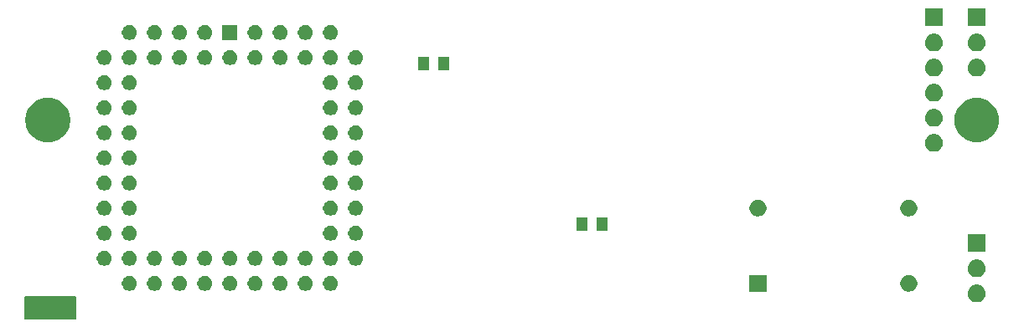
<source format=gbr>
G04 #@! TF.GenerationSoftware,KiCad,Pcbnew,(5.0.1)-rc2*
G04 #@! TF.CreationDate,2020-12-06T20:15:16+01:00*
G04 #@! TF.ProjectId,A600_ACCEL_RAM,413630305F414343454C5F52414D2E6B,rev?*
G04 #@! TF.SameCoordinates,Original*
G04 #@! TF.FileFunction,Soldermask,Bot*
G04 #@! TF.FilePolarity,Negative*
%FSLAX46Y46*%
G04 Gerber Fmt 4.6, Leading zero omitted, Abs format (unit mm)*
G04 Created by KiCad (PCBNEW (5.0.1)-rc2) date 06/12/2020 20:15:16*
%MOMM*%
%LPD*%
G01*
G04 APERTURE LIST*
%ADD10C,0.150000*%
%ADD11C,0.100000*%
G04 APERTURE END LIST*
D10*
G36*
X25019000Y-124587000D02*
X25019000Y-126746000D01*
X30099000Y-126746000D01*
X30099000Y-124587000D01*
X25019000Y-124587000D01*
G37*
X25019000Y-124587000D02*
X25019000Y-126746000D01*
X30099000Y-126746000D01*
X30099000Y-124587000D01*
X25019000Y-124587000D01*
D11*
G36*
X121268442Y-123311518D02*
X121334627Y-123318037D01*
X121447853Y-123352384D01*
X121504467Y-123369557D01*
X121584481Y-123412326D01*
X121660991Y-123453222D01*
X121696729Y-123482552D01*
X121798186Y-123565814D01*
X121881448Y-123667271D01*
X121910778Y-123703009D01*
X121910779Y-123703011D01*
X121994443Y-123859533D01*
X121994443Y-123859534D01*
X122045963Y-124029373D01*
X122063359Y-124206000D01*
X122045963Y-124382627D01*
X122011616Y-124495853D01*
X121994443Y-124552467D01*
X121920348Y-124691087D01*
X121910778Y-124708991D01*
X121881448Y-124744729D01*
X121798186Y-124846186D01*
X121696729Y-124929448D01*
X121660991Y-124958778D01*
X121660989Y-124958779D01*
X121504467Y-125042443D01*
X121447853Y-125059616D01*
X121334627Y-125093963D01*
X121268443Y-125100481D01*
X121202260Y-125107000D01*
X121113740Y-125107000D01*
X121047557Y-125100481D01*
X120981373Y-125093963D01*
X120868147Y-125059616D01*
X120811533Y-125042443D01*
X120655011Y-124958779D01*
X120655009Y-124958778D01*
X120619271Y-124929448D01*
X120517814Y-124846186D01*
X120434552Y-124744729D01*
X120405222Y-124708991D01*
X120395652Y-124691087D01*
X120321557Y-124552467D01*
X120304384Y-124495853D01*
X120270037Y-124382627D01*
X120252641Y-124206000D01*
X120270037Y-124029373D01*
X120321557Y-123859534D01*
X120321557Y-123859533D01*
X120405221Y-123703011D01*
X120405222Y-123703009D01*
X120434552Y-123667271D01*
X120517814Y-123565814D01*
X120619271Y-123482552D01*
X120655009Y-123453222D01*
X120731519Y-123412326D01*
X120811533Y-123369557D01*
X120868147Y-123352384D01*
X120981373Y-123318037D01*
X121047558Y-123311518D01*
X121113740Y-123305000D01*
X121202260Y-123305000D01*
X121268442Y-123311518D01*
X121268442Y-123311518D01*
G37*
G36*
X114548228Y-122371703D02*
X114703100Y-122435853D01*
X114842481Y-122528985D01*
X114961015Y-122647519D01*
X115054147Y-122786900D01*
X115118297Y-122941772D01*
X115151000Y-123106184D01*
X115151000Y-123273816D01*
X115118297Y-123438228D01*
X115054147Y-123593100D01*
X114961015Y-123732481D01*
X114842481Y-123851015D01*
X114703100Y-123944147D01*
X114548228Y-124008297D01*
X114383816Y-124041000D01*
X114216184Y-124041000D01*
X114051772Y-124008297D01*
X113896900Y-123944147D01*
X113757519Y-123851015D01*
X113638985Y-123732481D01*
X113545853Y-123593100D01*
X113481703Y-123438228D01*
X113449000Y-123273816D01*
X113449000Y-123106184D01*
X113481703Y-122941772D01*
X113545853Y-122786900D01*
X113638985Y-122647519D01*
X113757519Y-122528985D01*
X113896900Y-122435853D01*
X114051772Y-122371703D01*
X114216184Y-122339000D01*
X114383816Y-122339000D01*
X114548228Y-122371703D01*
X114548228Y-122371703D01*
G37*
G36*
X99911000Y-124041000D02*
X98209000Y-124041000D01*
X98209000Y-122339000D01*
X99911000Y-122339000D01*
X99911000Y-124041000D01*
X99911000Y-124041000D01*
G37*
G36*
X51022326Y-122457090D02*
X51161037Y-122514546D01*
X51285875Y-122597961D01*
X51392039Y-122704125D01*
X51475454Y-122828963D01*
X51532910Y-122967674D01*
X51562200Y-123114928D01*
X51562200Y-123265072D01*
X51532910Y-123412326D01*
X51475454Y-123551037D01*
X51392039Y-123675875D01*
X51285875Y-123782039D01*
X51161037Y-123865454D01*
X51022326Y-123922910D01*
X50875072Y-123952200D01*
X50724928Y-123952200D01*
X50577674Y-123922910D01*
X50438963Y-123865454D01*
X50314125Y-123782039D01*
X50207961Y-123675875D01*
X50124546Y-123551037D01*
X50067090Y-123412326D01*
X50037800Y-123265072D01*
X50037800Y-123114928D01*
X50067090Y-122967674D01*
X50124546Y-122828963D01*
X50207961Y-122704125D01*
X50314125Y-122597961D01*
X50438963Y-122514546D01*
X50577674Y-122457090D01*
X50724928Y-122427800D01*
X50875072Y-122427800D01*
X51022326Y-122457090D01*
X51022326Y-122457090D01*
G37*
G36*
X35782326Y-122457090D02*
X35921037Y-122514546D01*
X36045875Y-122597961D01*
X36152039Y-122704125D01*
X36235454Y-122828963D01*
X36292910Y-122967674D01*
X36322200Y-123114928D01*
X36322200Y-123265072D01*
X36292910Y-123412326D01*
X36235454Y-123551037D01*
X36152039Y-123675875D01*
X36045875Y-123782039D01*
X35921037Y-123865454D01*
X35782326Y-123922910D01*
X35635072Y-123952200D01*
X35484928Y-123952200D01*
X35337674Y-123922910D01*
X35198963Y-123865454D01*
X35074125Y-123782039D01*
X34967961Y-123675875D01*
X34884546Y-123551037D01*
X34827090Y-123412326D01*
X34797800Y-123265072D01*
X34797800Y-123114928D01*
X34827090Y-122967674D01*
X34884546Y-122828963D01*
X34967961Y-122704125D01*
X35074125Y-122597961D01*
X35198963Y-122514546D01*
X35337674Y-122457090D01*
X35484928Y-122427800D01*
X35635072Y-122427800D01*
X35782326Y-122457090D01*
X35782326Y-122457090D01*
G37*
G36*
X38322326Y-122457090D02*
X38461037Y-122514546D01*
X38585875Y-122597961D01*
X38692039Y-122704125D01*
X38775454Y-122828963D01*
X38832910Y-122967674D01*
X38862200Y-123114928D01*
X38862200Y-123265072D01*
X38832910Y-123412326D01*
X38775454Y-123551037D01*
X38692039Y-123675875D01*
X38585875Y-123782039D01*
X38461037Y-123865454D01*
X38322326Y-123922910D01*
X38175072Y-123952200D01*
X38024928Y-123952200D01*
X37877674Y-123922910D01*
X37738963Y-123865454D01*
X37614125Y-123782039D01*
X37507961Y-123675875D01*
X37424546Y-123551037D01*
X37367090Y-123412326D01*
X37337800Y-123265072D01*
X37337800Y-123114928D01*
X37367090Y-122967674D01*
X37424546Y-122828963D01*
X37507961Y-122704125D01*
X37614125Y-122597961D01*
X37738963Y-122514546D01*
X37877674Y-122457090D01*
X38024928Y-122427800D01*
X38175072Y-122427800D01*
X38322326Y-122457090D01*
X38322326Y-122457090D01*
G37*
G36*
X40862326Y-122457090D02*
X41001037Y-122514546D01*
X41125875Y-122597961D01*
X41232039Y-122704125D01*
X41315454Y-122828963D01*
X41372910Y-122967674D01*
X41402200Y-123114928D01*
X41402200Y-123265072D01*
X41372910Y-123412326D01*
X41315454Y-123551037D01*
X41232039Y-123675875D01*
X41125875Y-123782039D01*
X41001037Y-123865454D01*
X40862326Y-123922910D01*
X40715072Y-123952200D01*
X40564928Y-123952200D01*
X40417674Y-123922910D01*
X40278963Y-123865454D01*
X40154125Y-123782039D01*
X40047961Y-123675875D01*
X39964546Y-123551037D01*
X39907090Y-123412326D01*
X39877800Y-123265072D01*
X39877800Y-123114928D01*
X39907090Y-122967674D01*
X39964546Y-122828963D01*
X40047961Y-122704125D01*
X40154125Y-122597961D01*
X40278963Y-122514546D01*
X40417674Y-122457090D01*
X40564928Y-122427800D01*
X40715072Y-122427800D01*
X40862326Y-122457090D01*
X40862326Y-122457090D01*
G37*
G36*
X43402326Y-122457090D02*
X43541037Y-122514546D01*
X43665875Y-122597961D01*
X43772039Y-122704125D01*
X43855454Y-122828963D01*
X43912910Y-122967674D01*
X43942200Y-123114928D01*
X43942200Y-123265072D01*
X43912910Y-123412326D01*
X43855454Y-123551037D01*
X43772039Y-123675875D01*
X43665875Y-123782039D01*
X43541037Y-123865454D01*
X43402326Y-123922910D01*
X43255072Y-123952200D01*
X43104928Y-123952200D01*
X42957674Y-123922910D01*
X42818963Y-123865454D01*
X42694125Y-123782039D01*
X42587961Y-123675875D01*
X42504546Y-123551037D01*
X42447090Y-123412326D01*
X42417800Y-123265072D01*
X42417800Y-123114928D01*
X42447090Y-122967674D01*
X42504546Y-122828963D01*
X42587961Y-122704125D01*
X42694125Y-122597961D01*
X42818963Y-122514546D01*
X42957674Y-122457090D01*
X43104928Y-122427800D01*
X43255072Y-122427800D01*
X43402326Y-122457090D01*
X43402326Y-122457090D01*
G37*
G36*
X48482326Y-122457090D02*
X48621037Y-122514546D01*
X48745875Y-122597961D01*
X48852039Y-122704125D01*
X48935454Y-122828963D01*
X48992910Y-122967674D01*
X49022200Y-123114928D01*
X49022200Y-123265072D01*
X48992910Y-123412326D01*
X48935454Y-123551037D01*
X48852039Y-123675875D01*
X48745875Y-123782039D01*
X48621037Y-123865454D01*
X48482326Y-123922910D01*
X48335072Y-123952200D01*
X48184928Y-123952200D01*
X48037674Y-123922910D01*
X47898963Y-123865454D01*
X47774125Y-123782039D01*
X47667961Y-123675875D01*
X47584546Y-123551037D01*
X47527090Y-123412326D01*
X47497800Y-123265072D01*
X47497800Y-123114928D01*
X47527090Y-122967674D01*
X47584546Y-122828963D01*
X47667961Y-122704125D01*
X47774125Y-122597961D01*
X47898963Y-122514546D01*
X48037674Y-122457090D01*
X48184928Y-122427800D01*
X48335072Y-122427800D01*
X48482326Y-122457090D01*
X48482326Y-122457090D01*
G37*
G36*
X53562326Y-122457090D02*
X53701037Y-122514546D01*
X53825875Y-122597961D01*
X53932039Y-122704125D01*
X54015454Y-122828963D01*
X54072910Y-122967674D01*
X54102200Y-123114928D01*
X54102200Y-123265072D01*
X54072910Y-123412326D01*
X54015454Y-123551037D01*
X53932039Y-123675875D01*
X53825875Y-123782039D01*
X53701037Y-123865454D01*
X53562326Y-123922910D01*
X53415072Y-123952200D01*
X53264928Y-123952200D01*
X53117674Y-123922910D01*
X52978963Y-123865454D01*
X52854125Y-123782039D01*
X52747961Y-123675875D01*
X52664546Y-123551037D01*
X52607090Y-123412326D01*
X52577800Y-123265072D01*
X52577800Y-123114928D01*
X52607090Y-122967674D01*
X52664546Y-122828963D01*
X52747961Y-122704125D01*
X52854125Y-122597961D01*
X52978963Y-122514546D01*
X53117674Y-122457090D01*
X53264928Y-122427800D01*
X53415072Y-122427800D01*
X53562326Y-122457090D01*
X53562326Y-122457090D01*
G37*
G36*
X56102326Y-122457090D02*
X56241037Y-122514546D01*
X56365875Y-122597961D01*
X56472039Y-122704125D01*
X56555454Y-122828963D01*
X56612910Y-122967674D01*
X56642200Y-123114928D01*
X56642200Y-123265072D01*
X56612910Y-123412326D01*
X56555454Y-123551037D01*
X56472039Y-123675875D01*
X56365875Y-123782039D01*
X56241037Y-123865454D01*
X56102326Y-123922910D01*
X55955072Y-123952200D01*
X55804928Y-123952200D01*
X55657674Y-123922910D01*
X55518963Y-123865454D01*
X55394125Y-123782039D01*
X55287961Y-123675875D01*
X55204546Y-123551037D01*
X55147090Y-123412326D01*
X55117800Y-123265072D01*
X55117800Y-123114928D01*
X55147090Y-122967674D01*
X55204546Y-122828963D01*
X55287961Y-122704125D01*
X55394125Y-122597961D01*
X55518963Y-122514546D01*
X55657674Y-122457090D01*
X55804928Y-122427800D01*
X55955072Y-122427800D01*
X56102326Y-122457090D01*
X56102326Y-122457090D01*
G37*
G36*
X45942326Y-122457090D02*
X46081037Y-122514546D01*
X46205875Y-122597961D01*
X46312039Y-122704125D01*
X46395454Y-122828963D01*
X46452910Y-122967674D01*
X46482200Y-123114928D01*
X46482200Y-123265072D01*
X46452910Y-123412326D01*
X46395454Y-123551037D01*
X46312039Y-123675875D01*
X46205875Y-123782039D01*
X46081037Y-123865454D01*
X45942326Y-123922910D01*
X45795072Y-123952200D01*
X45644928Y-123952200D01*
X45497674Y-123922910D01*
X45358963Y-123865454D01*
X45234125Y-123782039D01*
X45127961Y-123675875D01*
X45044546Y-123551037D01*
X44987090Y-123412326D01*
X44957800Y-123265072D01*
X44957800Y-123114928D01*
X44987090Y-122967674D01*
X45044546Y-122828963D01*
X45127961Y-122704125D01*
X45234125Y-122597961D01*
X45358963Y-122514546D01*
X45497674Y-122457090D01*
X45644928Y-122427800D01*
X45795072Y-122427800D01*
X45942326Y-122457090D01*
X45942326Y-122457090D01*
G37*
G36*
X121268442Y-120771518D02*
X121334627Y-120778037D01*
X121447853Y-120812384D01*
X121504467Y-120829557D01*
X121584481Y-120872326D01*
X121660991Y-120913222D01*
X121696729Y-120942552D01*
X121798186Y-121025814D01*
X121881448Y-121127271D01*
X121910778Y-121163009D01*
X121910779Y-121163011D01*
X121994443Y-121319533D01*
X121994443Y-121319534D01*
X122045963Y-121489373D01*
X122063359Y-121666000D01*
X122045963Y-121842627D01*
X122011616Y-121955853D01*
X121994443Y-122012467D01*
X121920348Y-122151087D01*
X121910778Y-122168991D01*
X121881448Y-122204729D01*
X121798186Y-122306186D01*
X121696729Y-122389448D01*
X121660991Y-122418778D01*
X121660989Y-122418779D01*
X121504467Y-122502443D01*
X121447853Y-122519616D01*
X121334627Y-122553963D01*
X121268442Y-122560482D01*
X121202260Y-122567000D01*
X121113740Y-122567000D01*
X121047558Y-122560482D01*
X120981373Y-122553963D01*
X120868147Y-122519616D01*
X120811533Y-122502443D01*
X120655011Y-122418779D01*
X120655009Y-122418778D01*
X120619271Y-122389448D01*
X120517814Y-122306186D01*
X120434552Y-122204729D01*
X120405222Y-122168991D01*
X120395652Y-122151087D01*
X120321557Y-122012467D01*
X120304384Y-121955853D01*
X120270037Y-121842627D01*
X120252641Y-121666000D01*
X120270037Y-121489373D01*
X120321557Y-121319534D01*
X120321557Y-121319533D01*
X120405221Y-121163011D01*
X120405222Y-121163009D01*
X120434552Y-121127271D01*
X120517814Y-121025814D01*
X120619271Y-120942552D01*
X120655009Y-120913222D01*
X120731519Y-120872326D01*
X120811533Y-120829557D01*
X120868147Y-120812384D01*
X120981373Y-120778037D01*
X121047558Y-120771518D01*
X121113740Y-120765000D01*
X121202260Y-120765000D01*
X121268442Y-120771518D01*
X121268442Y-120771518D01*
G37*
G36*
X53562326Y-119917090D02*
X53701037Y-119974546D01*
X53825875Y-120057961D01*
X53932039Y-120164125D01*
X54015454Y-120288963D01*
X54072910Y-120427674D01*
X54102200Y-120574928D01*
X54102200Y-120725072D01*
X54072910Y-120872326D01*
X54015454Y-121011037D01*
X53932039Y-121135875D01*
X53825875Y-121242039D01*
X53701037Y-121325454D01*
X53562326Y-121382910D01*
X53415072Y-121412200D01*
X53264928Y-121412200D01*
X53117674Y-121382910D01*
X52978963Y-121325454D01*
X52854125Y-121242039D01*
X52747961Y-121135875D01*
X52664546Y-121011037D01*
X52607090Y-120872326D01*
X52577800Y-120725072D01*
X52577800Y-120574928D01*
X52607090Y-120427674D01*
X52664546Y-120288963D01*
X52747961Y-120164125D01*
X52854125Y-120057961D01*
X52978963Y-119974546D01*
X53117674Y-119917090D01*
X53264928Y-119887800D01*
X53415072Y-119887800D01*
X53562326Y-119917090D01*
X53562326Y-119917090D01*
G37*
G36*
X35782326Y-119917090D02*
X35921037Y-119974546D01*
X36045875Y-120057961D01*
X36152039Y-120164125D01*
X36235454Y-120288963D01*
X36292910Y-120427674D01*
X36322200Y-120574928D01*
X36322200Y-120725072D01*
X36292910Y-120872326D01*
X36235454Y-121011037D01*
X36152039Y-121135875D01*
X36045875Y-121242039D01*
X35921037Y-121325454D01*
X35782326Y-121382910D01*
X35635072Y-121412200D01*
X35484928Y-121412200D01*
X35337674Y-121382910D01*
X35198963Y-121325454D01*
X35074125Y-121242039D01*
X34967961Y-121135875D01*
X34884546Y-121011037D01*
X34827090Y-120872326D01*
X34797800Y-120725072D01*
X34797800Y-120574928D01*
X34827090Y-120427674D01*
X34884546Y-120288963D01*
X34967961Y-120164125D01*
X35074125Y-120057961D01*
X35198963Y-119974546D01*
X35337674Y-119917090D01*
X35484928Y-119887800D01*
X35635072Y-119887800D01*
X35782326Y-119917090D01*
X35782326Y-119917090D01*
G37*
G36*
X33242326Y-119917090D02*
X33381037Y-119974546D01*
X33505875Y-120057961D01*
X33612039Y-120164125D01*
X33695454Y-120288963D01*
X33752910Y-120427674D01*
X33782200Y-120574928D01*
X33782200Y-120725072D01*
X33752910Y-120872326D01*
X33695454Y-121011037D01*
X33612039Y-121135875D01*
X33505875Y-121242039D01*
X33381037Y-121325454D01*
X33242326Y-121382910D01*
X33095072Y-121412200D01*
X32944928Y-121412200D01*
X32797674Y-121382910D01*
X32658963Y-121325454D01*
X32534125Y-121242039D01*
X32427961Y-121135875D01*
X32344546Y-121011037D01*
X32287090Y-120872326D01*
X32257800Y-120725072D01*
X32257800Y-120574928D01*
X32287090Y-120427674D01*
X32344546Y-120288963D01*
X32427961Y-120164125D01*
X32534125Y-120057961D01*
X32658963Y-119974546D01*
X32797674Y-119917090D01*
X32944928Y-119887800D01*
X33095072Y-119887800D01*
X33242326Y-119917090D01*
X33242326Y-119917090D01*
G37*
G36*
X38322326Y-119917090D02*
X38461037Y-119974546D01*
X38585875Y-120057961D01*
X38692039Y-120164125D01*
X38775454Y-120288963D01*
X38832910Y-120427674D01*
X38862200Y-120574928D01*
X38862200Y-120725072D01*
X38832910Y-120872326D01*
X38775454Y-121011037D01*
X38692039Y-121135875D01*
X38585875Y-121242039D01*
X38461037Y-121325454D01*
X38322326Y-121382910D01*
X38175072Y-121412200D01*
X38024928Y-121412200D01*
X37877674Y-121382910D01*
X37738963Y-121325454D01*
X37614125Y-121242039D01*
X37507961Y-121135875D01*
X37424546Y-121011037D01*
X37367090Y-120872326D01*
X37337800Y-120725072D01*
X37337800Y-120574928D01*
X37367090Y-120427674D01*
X37424546Y-120288963D01*
X37507961Y-120164125D01*
X37614125Y-120057961D01*
X37738963Y-119974546D01*
X37877674Y-119917090D01*
X38024928Y-119887800D01*
X38175072Y-119887800D01*
X38322326Y-119917090D01*
X38322326Y-119917090D01*
G37*
G36*
X40862326Y-119917090D02*
X41001037Y-119974546D01*
X41125875Y-120057961D01*
X41232039Y-120164125D01*
X41315454Y-120288963D01*
X41372910Y-120427674D01*
X41402200Y-120574928D01*
X41402200Y-120725072D01*
X41372910Y-120872326D01*
X41315454Y-121011037D01*
X41232039Y-121135875D01*
X41125875Y-121242039D01*
X41001037Y-121325454D01*
X40862326Y-121382910D01*
X40715072Y-121412200D01*
X40564928Y-121412200D01*
X40417674Y-121382910D01*
X40278963Y-121325454D01*
X40154125Y-121242039D01*
X40047961Y-121135875D01*
X39964546Y-121011037D01*
X39907090Y-120872326D01*
X39877800Y-120725072D01*
X39877800Y-120574928D01*
X39907090Y-120427674D01*
X39964546Y-120288963D01*
X40047961Y-120164125D01*
X40154125Y-120057961D01*
X40278963Y-119974546D01*
X40417674Y-119917090D01*
X40564928Y-119887800D01*
X40715072Y-119887800D01*
X40862326Y-119917090D01*
X40862326Y-119917090D01*
G37*
G36*
X43402326Y-119917090D02*
X43541037Y-119974546D01*
X43665875Y-120057961D01*
X43772039Y-120164125D01*
X43855454Y-120288963D01*
X43912910Y-120427674D01*
X43942200Y-120574928D01*
X43942200Y-120725072D01*
X43912910Y-120872326D01*
X43855454Y-121011037D01*
X43772039Y-121135875D01*
X43665875Y-121242039D01*
X43541037Y-121325454D01*
X43402326Y-121382910D01*
X43255072Y-121412200D01*
X43104928Y-121412200D01*
X42957674Y-121382910D01*
X42818963Y-121325454D01*
X42694125Y-121242039D01*
X42587961Y-121135875D01*
X42504546Y-121011037D01*
X42447090Y-120872326D01*
X42417800Y-120725072D01*
X42417800Y-120574928D01*
X42447090Y-120427674D01*
X42504546Y-120288963D01*
X42587961Y-120164125D01*
X42694125Y-120057961D01*
X42818963Y-119974546D01*
X42957674Y-119917090D01*
X43104928Y-119887800D01*
X43255072Y-119887800D01*
X43402326Y-119917090D01*
X43402326Y-119917090D01*
G37*
G36*
X48482326Y-119917090D02*
X48621037Y-119974546D01*
X48745875Y-120057961D01*
X48852039Y-120164125D01*
X48935454Y-120288963D01*
X48992910Y-120427674D01*
X49022200Y-120574928D01*
X49022200Y-120725072D01*
X48992910Y-120872326D01*
X48935454Y-121011037D01*
X48852039Y-121135875D01*
X48745875Y-121242039D01*
X48621037Y-121325454D01*
X48482326Y-121382910D01*
X48335072Y-121412200D01*
X48184928Y-121412200D01*
X48037674Y-121382910D01*
X47898963Y-121325454D01*
X47774125Y-121242039D01*
X47667961Y-121135875D01*
X47584546Y-121011037D01*
X47527090Y-120872326D01*
X47497800Y-120725072D01*
X47497800Y-120574928D01*
X47527090Y-120427674D01*
X47584546Y-120288963D01*
X47667961Y-120164125D01*
X47774125Y-120057961D01*
X47898963Y-119974546D01*
X48037674Y-119917090D01*
X48184928Y-119887800D01*
X48335072Y-119887800D01*
X48482326Y-119917090D01*
X48482326Y-119917090D01*
G37*
G36*
X51022326Y-119917090D02*
X51161037Y-119974546D01*
X51285875Y-120057961D01*
X51392039Y-120164125D01*
X51475454Y-120288963D01*
X51532910Y-120427674D01*
X51562200Y-120574928D01*
X51562200Y-120725072D01*
X51532910Y-120872326D01*
X51475454Y-121011037D01*
X51392039Y-121135875D01*
X51285875Y-121242039D01*
X51161037Y-121325454D01*
X51022326Y-121382910D01*
X50875072Y-121412200D01*
X50724928Y-121412200D01*
X50577674Y-121382910D01*
X50438963Y-121325454D01*
X50314125Y-121242039D01*
X50207961Y-121135875D01*
X50124546Y-121011037D01*
X50067090Y-120872326D01*
X50037800Y-120725072D01*
X50037800Y-120574928D01*
X50067090Y-120427674D01*
X50124546Y-120288963D01*
X50207961Y-120164125D01*
X50314125Y-120057961D01*
X50438963Y-119974546D01*
X50577674Y-119917090D01*
X50724928Y-119887800D01*
X50875072Y-119887800D01*
X51022326Y-119917090D01*
X51022326Y-119917090D01*
G37*
G36*
X56102326Y-119917090D02*
X56241037Y-119974546D01*
X56365875Y-120057961D01*
X56472039Y-120164125D01*
X56555454Y-120288963D01*
X56612910Y-120427674D01*
X56642200Y-120574928D01*
X56642200Y-120725072D01*
X56612910Y-120872326D01*
X56555454Y-121011037D01*
X56472039Y-121135875D01*
X56365875Y-121242039D01*
X56241037Y-121325454D01*
X56102326Y-121382910D01*
X55955072Y-121412200D01*
X55804928Y-121412200D01*
X55657674Y-121382910D01*
X55518963Y-121325454D01*
X55394125Y-121242039D01*
X55287961Y-121135875D01*
X55204546Y-121011037D01*
X55147090Y-120872326D01*
X55117800Y-120725072D01*
X55117800Y-120574928D01*
X55147090Y-120427674D01*
X55204546Y-120288963D01*
X55287961Y-120164125D01*
X55394125Y-120057961D01*
X55518963Y-119974546D01*
X55657674Y-119917090D01*
X55804928Y-119887800D01*
X55955072Y-119887800D01*
X56102326Y-119917090D01*
X56102326Y-119917090D01*
G37*
G36*
X58642326Y-119917090D02*
X58781037Y-119974546D01*
X58905875Y-120057961D01*
X59012039Y-120164125D01*
X59095454Y-120288963D01*
X59152910Y-120427674D01*
X59182200Y-120574928D01*
X59182200Y-120725072D01*
X59152910Y-120872326D01*
X59095454Y-121011037D01*
X59012039Y-121135875D01*
X58905875Y-121242039D01*
X58781037Y-121325454D01*
X58642326Y-121382910D01*
X58495072Y-121412200D01*
X58344928Y-121412200D01*
X58197674Y-121382910D01*
X58058963Y-121325454D01*
X57934125Y-121242039D01*
X57827961Y-121135875D01*
X57744546Y-121011037D01*
X57687090Y-120872326D01*
X57657800Y-120725072D01*
X57657800Y-120574928D01*
X57687090Y-120427674D01*
X57744546Y-120288963D01*
X57827961Y-120164125D01*
X57934125Y-120057961D01*
X58058963Y-119974546D01*
X58197674Y-119917090D01*
X58344928Y-119887800D01*
X58495072Y-119887800D01*
X58642326Y-119917090D01*
X58642326Y-119917090D01*
G37*
G36*
X45942326Y-119917090D02*
X46081037Y-119974546D01*
X46205875Y-120057961D01*
X46312039Y-120164125D01*
X46395454Y-120288963D01*
X46452910Y-120427674D01*
X46482200Y-120574928D01*
X46482200Y-120725072D01*
X46452910Y-120872326D01*
X46395454Y-121011037D01*
X46312039Y-121135875D01*
X46205875Y-121242039D01*
X46081037Y-121325454D01*
X45942326Y-121382910D01*
X45795072Y-121412200D01*
X45644928Y-121412200D01*
X45497674Y-121382910D01*
X45358963Y-121325454D01*
X45234125Y-121242039D01*
X45127961Y-121135875D01*
X45044546Y-121011037D01*
X44987090Y-120872326D01*
X44957800Y-120725072D01*
X44957800Y-120574928D01*
X44987090Y-120427674D01*
X45044546Y-120288963D01*
X45127961Y-120164125D01*
X45234125Y-120057961D01*
X45358963Y-119974546D01*
X45497674Y-119917090D01*
X45644928Y-119887800D01*
X45795072Y-119887800D01*
X45942326Y-119917090D01*
X45942326Y-119917090D01*
G37*
G36*
X122059000Y-120027000D02*
X120257000Y-120027000D01*
X120257000Y-118225000D01*
X122059000Y-118225000D01*
X122059000Y-120027000D01*
X122059000Y-120027000D01*
G37*
G36*
X56102326Y-117377090D02*
X56241037Y-117434546D01*
X56365875Y-117517961D01*
X56472039Y-117624125D01*
X56555454Y-117748963D01*
X56612910Y-117887674D01*
X56642200Y-118034928D01*
X56642200Y-118185072D01*
X56612910Y-118332326D01*
X56555454Y-118471037D01*
X56472039Y-118595875D01*
X56365875Y-118702039D01*
X56241037Y-118785454D01*
X56102326Y-118842910D01*
X55955072Y-118872200D01*
X55804928Y-118872200D01*
X55657674Y-118842910D01*
X55518963Y-118785454D01*
X55394125Y-118702039D01*
X55287961Y-118595875D01*
X55204546Y-118471037D01*
X55147090Y-118332326D01*
X55117800Y-118185072D01*
X55117800Y-118034928D01*
X55147090Y-117887674D01*
X55204546Y-117748963D01*
X55287961Y-117624125D01*
X55394125Y-117517961D01*
X55518963Y-117434546D01*
X55657674Y-117377090D01*
X55804928Y-117347800D01*
X55955072Y-117347800D01*
X56102326Y-117377090D01*
X56102326Y-117377090D01*
G37*
G36*
X35782326Y-117377090D02*
X35921037Y-117434546D01*
X36045875Y-117517961D01*
X36152039Y-117624125D01*
X36235454Y-117748963D01*
X36292910Y-117887674D01*
X36322200Y-118034928D01*
X36322200Y-118185072D01*
X36292910Y-118332326D01*
X36235454Y-118471037D01*
X36152039Y-118595875D01*
X36045875Y-118702039D01*
X35921037Y-118785454D01*
X35782326Y-118842910D01*
X35635072Y-118872200D01*
X35484928Y-118872200D01*
X35337674Y-118842910D01*
X35198963Y-118785454D01*
X35074125Y-118702039D01*
X34967961Y-118595875D01*
X34884546Y-118471037D01*
X34827090Y-118332326D01*
X34797800Y-118185072D01*
X34797800Y-118034928D01*
X34827090Y-117887674D01*
X34884546Y-117748963D01*
X34967961Y-117624125D01*
X35074125Y-117517961D01*
X35198963Y-117434546D01*
X35337674Y-117377090D01*
X35484928Y-117347800D01*
X35635072Y-117347800D01*
X35782326Y-117377090D01*
X35782326Y-117377090D01*
G37*
G36*
X33242326Y-117377090D02*
X33381037Y-117434546D01*
X33505875Y-117517961D01*
X33612039Y-117624125D01*
X33695454Y-117748963D01*
X33752910Y-117887674D01*
X33782200Y-118034928D01*
X33782200Y-118185072D01*
X33752910Y-118332326D01*
X33695454Y-118471037D01*
X33612039Y-118595875D01*
X33505875Y-118702039D01*
X33381037Y-118785454D01*
X33242326Y-118842910D01*
X33095072Y-118872200D01*
X32944928Y-118872200D01*
X32797674Y-118842910D01*
X32658963Y-118785454D01*
X32534125Y-118702039D01*
X32427961Y-118595875D01*
X32344546Y-118471037D01*
X32287090Y-118332326D01*
X32257800Y-118185072D01*
X32257800Y-118034928D01*
X32287090Y-117887674D01*
X32344546Y-117748963D01*
X32427961Y-117624125D01*
X32534125Y-117517961D01*
X32658963Y-117434546D01*
X32797674Y-117377090D01*
X32944928Y-117347800D01*
X33095072Y-117347800D01*
X33242326Y-117377090D01*
X33242326Y-117377090D01*
G37*
G36*
X58642326Y-117377090D02*
X58781037Y-117434546D01*
X58905875Y-117517961D01*
X59012039Y-117624125D01*
X59095454Y-117748963D01*
X59152910Y-117887674D01*
X59182200Y-118034928D01*
X59182200Y-118185072D01*
X59152910Y-118332326D01*
X59095454Y-118471037D01*
X59012039Y-118595875D01*
X58905875Y-118702039D01*
X58781037Y-118785454D01*
X58642326Y-118842910D01*
X58495072Y-118872200D01*
X58344928Y-118872200D01*
X58197674Y-118842910D01*
X58058963Y-118785454D01*
X57934125Y-118702039D01*
X57827961Y-118595875D01*
X57744546Y-118471037D01*
X57687090Y-118332326D01*
X57657800Y-118185072D01*
X57657800Y-118034928D01*
X57687090Y-117887674D01*
X57744546Y-117748963D01*
X57827961Y-117624125D01*
X57934125Y-117517961D01*
X58058963Y-117434546D01*
X58197674Y-117377090D01*
X58344928Y-117347800D01*
X58495072Y-117347800D01*
X58642326Y-117377090D01*
X58642326Y-117377090D01*
G37*
G36*
X83847000Y-117881000D02*
X82745000Y-117881000D01*
X82745000Y-116529000D01*
X83847000Y-116529000D01*
X83847000Y-117881000D01*
X83847000Y-117881000D01*
G37*
G36*
X81847000Y-117881000D02*
X80745000Y-117881000D01*
X80745000Y-116529000D01*
X81847000Y-116529000D01*
X81847000Y-117881000D01*
X81847000Y-117881000D01*
G37*
G36*
X114548228Y-114751703D02*
X114703100Y-114815853D01*
X114842481Y-114908985D01*
X114961015Y-115027519D01*
X115054147Y-115166900D01*
X115118297Y-115321772D01*
X115151000Y-115486184D01*
X115151000Y-115653816D01*
X115118297Y-115818228D01*
X115054147Y-115973100D01*
X114961015Y-116112481D01*
X114842481Y-116231015D01*
X114703100Y-116324147D01*
X114548228Y-116388297D01*
X114383816Y-116421000D01*
X114216184Y-116421000D01*
X114051772Y-116388297D01*
X113896900Y-116324147D01*
X113757519Y-116231015D01*
X113638985Y-116112481D01*
X113545853Y-115973100D01*
X113481703Y-115818228D01*
X113449000Y-115653816D01*
X113449000Y-115486184D01*
X113481703Y-115321772D01*
X113545853Y-115166900D01*
X113638985Y-115027519D01*
X113757519Y-114908985D01*
X113896900Y-114815853D01*
X114051772Y-114751703D01*
X114216184Y-114719000D01*
X114383816Y-114719000D01*
X114548228Y-114751703D01*
X114548228Y-114751703D01*
G37*
G36*
X99308228Y-114751703D02*
X99463100Y-114815853D01*
X99602481Y-114908985D01*
X99721015Y-115027519D01*
X99814147Y-115166900D01*
X99878297Y-115321772D01*
X99911000Y-115486184D01*
X99911000Y-115653816D01*
X99878297Y-115818228D01*
X99814147Y-115973100D01*
X99721015Y-116112481D01*
X99602481Y-116231015D01*
X99463100Y-116324147D01*
X99308228Y-116388297D01*
X99143816Y-116421000D01*
X98976184Y-116421000D01*
X98811772Y-116388297D01*
X98656900Y-116324147D01*
X98517519Y-116231015D01*
X98398985Y-116112481D01*
X98305853Y-115973100D01*
X98241703Y-115818228D01*
X98209000Y-115653816D01*
X98209000Y-115486184D01*
X98241703Y-115321772D01*
X98305853Y-115166900D01*
X98398985Y-115027519D01*
X98517519Y-114908985D01*
X98656900Y-114815853D01*
X98811772Y-114751703D01*
X98976184Y-114719000D01*
X99143816Y-114719000D01*
X99308228Y-114751703D01*
X99308228Y-114751703D01*
G37*
G36*
X58642326Y-114837090D02*
X58781037Y-114894546D01*
X58905875Y-114977961D01*
X59012039Y-115084125D01*
X59095454Y-115208963D01*
X59152910Y-115347674D01*
X59182200Y-115494928D01*
X59182200Y-115645072D01*
X59152910Y-115792326D01*
X59095454Y-115931037D01*
X59012039Y-116055875D01*
X58905875Y-116162039D01*
X58781037Y-116245454D01*
X58642326Y-116302910D01*
X58495072Y-116332200D01*
X58344928Y-116332200D01*
X58197674Y-116302910D01*
X58058963Y-116245454D01*
X57934125Y-116162039D01*
X57827961Y-116055875D01*
X57744546Y-115931037D01*
X57687090Y-115792326D01*
X57657800Y-115645072D01*
X57657800Y-115494928D01*
X57687090Y-115347674D01*
X57744546Y-115208963D01*
X57827961Y-115084125D01*
X57934125Y-114977961D01*
X58058963Y-114894546D01*
X58197674Y-114837090D01*
X58344928Y-114807800D01*
X58495072Y-114807800D01*
X58642326Y-114837090D01*
X58642326Y-114837090D01*
G37*
G36*
X56102326Y-114837090D02*
X56241037Y-114894546D01*
X56365875Y-114977961D01*
X56472039Y-115084125D01*
X56555454Y-115208963D01*
X56612910Y-115347674D01*
X56642200Y-115494928D01*
X56642200Y-115645072D01*
X56612910Y-115792326D01*
X56555454Y-115931037D01*
X56472039Y-116055875D01*
X56365875Y-116162039D01*
X56241037Y-116245454D01*
X56102326Y-116302910D01*
X55955072Y-116332200D01*
X55804928Y-116332200D01*
X55657674Y-116302910D01*
X55518963Y-116245454D01*
X55394125Y-116162039D01*
X55287961Y-116055875D01*
X55204546Y-115931037D01*
X55147090Y-115792326D01*
X55117800Y-115645072D01*
X55117800Y-115494928D01*
X55147090Y-115347674D01*
X55204546Y-115208963D01*
X55287961Y-115084125D01*
X55394125Y-114977961D01*
X55518963Y-114894546D01*
X55657674Y-114837090D01*
X55804928Y-114807800D01*
X55955072Y-114807800D01*
X56102326Y-114837090D01*
X56102326Y-114837090D01*
G37*
G36*
X35782326Y-114837090D02*
X35921037Y-114894546D01*
X36045875Y-114977961D01*
X36152039Y-115084125D01*
X36235454Y-115208963D01*
X36292910Y-115347674D01*
X36322200Y-115494928D01*
X36322200Y-115645072D01*
X36292910Y-115792326D01*
X36235454Y-115931037D01*
X36152039Y-116055875D01*
X36045875Y-116162039D01*
X35921037Y-116245454D01*
X35782326Y-116302910D01*
X35635072Y-116332200D01*
X35484928Y-116332200D01*
X35337674Y-116302910D01*
X35198963Y-116245454D01*
X35074125Y-116162039D01*
X34967961Y-116055875D01*
X34884546Y-115931037D01*
X34827090Y-115792326D01*
X34797800Y-115645072D01*
X34797800Y-115494928D01*
X34827090Y-115347674D01*
X34884546Y-115208963D01*
X34967961Y-115084125D01*
X35074125Y-114977961D01*
X35198963Y-114894546D01*
X35337674Y-114837090D01*
X35484928Y-114807800D01*
X35635072Y-114807800D01*
X35782326Y-114837090D01*
X35782326Y-114837090D01*
G37*
G36*
X33242326Y-114837090D02*
X33381037Y-114894546D01*
X33505875Y-114977961D01*
X33612039Y-115084125D01*
X33695454Y-115208963D01*
X33752910Y-115347674D01*
X33782200Y-115494928D01*
X33782200Y-115645072D01*
X33752910Y-115792326D01*
X33695454Y-115931037D01*
X33612039Y-116055875D01*
X33505875Y-116162039D01*
X33381037Y-116245454D01*
X33242326Y-116302910D01*
X33095072Y-116332200D01*
X32944928Y-116332200D01*
X32797674Y-116302910D01*
X32658963Y-116245454D01*
X32534125Y-116162039D01*
X32427961Y-116055875D01*
X32344546Y-115931037D01*
X32287090Y-115792326D01*
X32257800Y-115645072D01*
X32257800Y-115494928D01*
X32287090Y-115347674D01*
X32344546Y-115208963D01*
X32427961Y-115084125D01*
X32534125Y-114977961D01*
X32658963Y-114894546D01*
X32797674Y-114837090D01*
X32944928Y-114807800D01*
X33095072Y-114807800D01*
X33242326Y-114837090D01*
X33242326Y-114837090D01*
G37*
G36*
X58642326Y-112297090D02*
X58781037Y-112354546D01*
X58905875Y-112437961D01*
X59012039Y-112544125D01*
X59095454Y-112668963D01*
X59152910Y-112807674D01*
X59182200Y-112954928D01*
X59182200Y-113105072D01*
X59152910Y-113252326D01*
X59095454Y-113391037D01*
X59012039Y-113515875D01*
X58905875Y-113622039D01*
X58781037Y-113705454D01*
X58642326Y-113762910D01*
X58495072Y-113792200D01*
X58344928Y-113792200D01*
X58197674Y-113762910D01*
X58058963Y-113705454D01*
X57934125Y-113622039D01*
X57827961Y-113515875D01*
X57744546Y-113391037D01*
X57687090Y-113252326D01*
X57657800Y-113105072D01*
X57657800Y-112954928D01*
X57687090Y-112807674D01*
X57744546Y-112668963D01*
X57827961Y-112544125D01*
X57934125Y-112437961D01*
X58058963Y-112354546D01*
X58197674Y-112297090D01*
X58344928Y-112267800D01*
X58495072Y-112267800D01*
X58642326Y-112297090D01*
X58642326Y-112297090D01*
G37*
G36*
X56102326Y-112297090D02*
X56241037Y-112354546D01*
X56365875Y-112437961D01*
X56472039Y-112544125D01*
X56555454Y-112668963D01*
X56612910Y-112807674D01*
X56642200Y-112954928D01*
X56642200Y-113105072D01*
X56612910Y-113252326D01*
X56555454Y-113391037D01*
X56472039Y-113515875D01*
X56365875Y-113622039D01*
X56241037Y-113705454D01*
X56102326Y-113762910D01*
X55955072Y-113792200D01*
X55804928Y-113792200D01*
X55657674Y-113762910D01*
X55518963Y-113705454D01*
X55394125Y-113622039D01*
X55287961Y-113515875D01*
X55204546Y-113391037D01*
X55147090Y-113252326D01*
X55117800Y-113105072D01*
X55117800Y-112954928D01*
X55147090Y-112807674D01*
X55204546Y-112668963D01*
X55287961Y-112544125D01*
X55394125Y-112437961D01*
X55518963Y-112354546D01*
X55657674Y-112297090D01*
X55804928Y-112267800D01*
X55955072Y-112267800D01*
X56102326Y-112297090D01*
X56102326Y-112297090D01*
G37*
G36*
X35782326Y-112297090D02*
X35921037Y-112354546D01*
X36045875Y-112437961D01*
X36152039Y-112544125D01*
X36235454Y-112668963D01*
X36292910Y-112807674D01*
X36322200Y-112954928D01*
X36322200Y-113105072D01*
X36292910Y-113252326D01*
X36235454Y-113391037D01*
X36152039Y-113515875D01*
X36045875Y-113622039D01*
X35921037Y-113705454D01*
X35782326Y-113762910D01*
X35635072Y-113792200D01*
X35484928Y-113792200D01*
X35337674Y-113762910D01*
X35198963Y-113705454D01*
X35074125Y-113622039D01*
X34967961Y-113515875D01*
X34884546Y-113391037D01*
X34827090Y-113252326D01*
X34797800Y-113105072D01*
X34797800Y-112954928D01*
X34827090Y-112807674D01*
X34884546Y-112668963D01*
X34967961Y-112544125D01*
X35074125Y-112437961D01*
X35198963Y-112354546D01*
X35337674Y-112297090D01*
X35484928Y-112267800D01*
X35635072Y-112267800D01*
X35782326Y-112297090D01*
X35782326Y-112297090D01*
G37*
G36*
X33242326Y-112297090D02*
X33381037Y-112354546D01*
X33505875Y-112437961D01*
X33612039Y-112544125D01*
X33695454Y-112668963D01*
X33752910Y-112807674D01*
X33782200Y-112954928D01*
X33782200Y-113105072D01*
X33752910Y-113252326D01*
X33695454Y-113391037D01*
X33612039Y-113515875D01*
X33505875Y-113622039D01*
X33381037Y-113705454D01*
X33242326Y-113762910D01*
X33095072Y-113792200D01*
X32944928Y-113792200D01*
X32797674Y-113762910D01*
X32658963Y-113705454D01*
X32534125Y-113622039D01*
X32427961Y-113515875D01*
X32344546Y-113391037D01*
X32287090Y-113252326D01*
X32257800Y-113105072D01*
X32257800Y-112954928D01*
X32287090Y-112807674D01*
X32344546Y-112668963D01*
X32427961Y-112544125D01*
X32534125Y-112437961D01*
X32658963Y-112354546D01*
X32797674Y-112297090D01*
X32944928Y-112267800D01*
X33095072Y-112267800D01*
X33242326Y-112297090D01*
X33242326Y-112297090D01*
G37*
G36*
X35782326Y-109757090D02*
X35921037Y-109814546D01*
X36045875Y-109897961D01*
X36152039Y-110004125D01*
X36235454Y-110128963D01*
X36292910Y-110267674D01*
X36322200Y-110414928D01*
X36322200Y-110565072D01*
X36292910Y-110712326D01*
X36235454Y-110851037D01*
X36152039Y-110975875D01*
X36045875Y-111082039D01*
X35921037Y-111165454D01*
X35782326Y-111222910D01*
X35635072Y-111252200D01*
X35484928Y-111252200D01*
X35337674Y-111222910D01*
X35198963Y-111165454D01*
X35074125Y-111082039D01*
X34967961Y-110975875D01*
X34884546Y-110851037D01*
X34827090Y-110712326D01*
X34797800Y-110565072D01*
X34797800Y-110414928D01*
X34827090Y-110267674D01*
X34884546Y-110128963D01*
X34967961Y-110004125D01*
X35074125Y-109897961D01*
X35198963Y-109814546D01*
X35337674Y-109757090D01*
X35484928Y-109727800D01*
X35635072Y-109727800D01*
X35782326Y-109757090D01*
X35782326Y-109757090D01*
G37*
G36*
X58642326Y-109757090D02*
X58781037Y-109814546D01*
X58905875Y-109897961D01*
X59012039Y-110004125D01*
X59095454Y-110128963D01*
X59152910Y-110267674D01*
X59182200Y-110414928D01*
X59182200Y-110565072D01*
X59152910Y-110712326D01*
X59095454Y-110851037D01*
X59012039Y-110975875D01*
X58905875Y-111082039D01*
X58781037Y-111165454D01*
X58642326Y-111222910D01*
X58495072Y-111252200D01*
X58344928Y-111252200D01*
X58197674Y-111222910D01*
X58058963Y-111165454D01*
X57934125Y-111082039D01*
X57827961Y-110975875D01*
X57744546Y-110851037D01*
X57687090Y-110712326D01*
X57657800Y-110565072D01*
X57657800Y-110414928D01*
X57687090Y-110267674D01*
X57744546Y-110128963D01*
X57827961Y-110004125D01*
X57934125Y-109897961D01*
X58058963Y-109814546D01*
X58197674Y-109757090D01*
X58344928Y-109727800D01*
X58495072Y-109727800D01*
X58642326Y-109757090D01*
X58642326Y-109757090D01*
G37*
G36*
X56102326Y-109757090D02*
X56241037Y-109814546D01*
X56365875Y-109897961D01*
X56472039Y-110004125D01*
X56555454Y-110128963D01*
X56612910Y-110267674D01*
X56642200Y-110414928D01*
X56642200Y-110565072D01*
X56612910Y-110712326D01*
X56555454Y-110851037D01*
X56472039Y-110975875D01*
X56365875Y-111082039D01*
X56241037Y-111165454D01*
X56102326Y-111222910D01*
X55955072Y-111252200D01*
X55804928Y-111252200D01*
X55657674Y-111222910D01*
X55518963Y-111165454D01*
X55394125Y-111082039D01*
X55287961Y-110975875D01*
X55204546Y-110851037D01*
X55147090Y-110712326D01*
X55117800Y-110565072D01*
X55117800Y-110414928D01*
X55147090Y-110267674D01*
X55204546Y-110128963D01*
X55287961Y-110004125D01*
X55394125Y-109897961D01*
X55518963Y-109814546D01*
X55657674Y-109757090D01*
X55804928Y-109727800D01*
X55955072Y-109727800D01*
X56102326Y-109757090D01*
X56102326Y-109757090D01*
G37*
G36*
X33242326Y-109757090D02*
X33381037Y-109814546D01*
X33505875Y-109897961D01*
X33612039Y-110004125D01*
X33695454Y-110128963D01*
X33752910Y-110267674D01*
X33782200Y-110414928D01*
X33782200Y-110565072D01*
X33752910Y-110712326D01*
X33695454Y-110851037D01*
X33612039Y-110975875D01*
X33505875Y-111082039D01*
X33381037Y-111165454D01*
X33242326Y-111222910D01*
X33095072Y-111252200D01*
X32944928Y-111252200D01*
X32797674Y-111222910D01*
X32658963Y-111165454D01*
X32534125Y-111082039D01*
X32427961Y-110975875D01*
X32344546Y-110851037D01*
X32287090Y-110712326D01*
X32257800Y-110565072D01*
X32257800Y-110414928D01*
X32287090Y-110267674D01*
X32344546Y-110128963D01*
X32427961Y-110004125D01*
X32534125Y-109897961D01*
X32658963Y-109814546D01*
X32797674Y-109757090D01*
X32944928Y-109727800D01*
X33095072Y-109727800D01*
X33242326Y-109757090D01*
X33242326Y-109757090D01*
G37*
G36*
X116950443Y-108071519D02*
X117016627Y-108078037D01*
X117129853Y-108112384D01*
X117186467Y-108129557D01*
X117266481Y-108172326D01*
X117342991Y-108213222D01*
X117366257Y-108232316D01*
X117480186Y-108325814D01*
X117563448Y-108427271D01*
X117592778Y-108463009D01*
X117592779Y-108463011D01*
X117676443Y-108619533D01*
X117693210Y-108674809D01*
X117727963Y-108789373D01*
X117745359Y-108966000D01*
X117727963Y-109142627D01*
X117693616Y-109255853D01*
X117676443Y-109312467D01*
X117602348Y-109451087D01*
X117592778Y-109468991D01*
X117563448Y-109504729D01*
X117480186Y-109606186D01*
X117378729Y-109689448D01*
X117342991Y-109718778D01*
X117342989Y-109718779D01*
X117186467Y-109802443D01*
X117129853Y-109819616D01*
X117016627Y-109853963D01*
X116950443Y-109860481D01*
X116884260Y-109867000D01*
X116795740Y-109867000D01*
X116729557Y-109860481D01*
X116663373Y-109853963D01*
X116550147Y-109819616D01*
X116493533Y-109802443D01*
X116337011Y-109718779D01*
X116337009Y-109718778D01*
X116301271Y-109689448D01*
X116199814Y-109606186D01*
X116116552Y-109504729D01*
X116087222Y-109468991D01*
X116077652Y-109451087D01*
X116003557Y-109312467D01*
X115986384Y-109255853D01*
X115952037Y-109142627D01*
X115934641Y-108966000D01*
X115952037Y-108789373D01*
X115986790Y-108674809D01*
X116003557Y-108619533D01*
X116087221Y-108463011D01*
X116087222Y-108463009D01*
X116116552Y-108427271D01*
X116199814Y-108325814D01*
X116313743Y-108232316D01*
X116337009Y-108213222D01*
X116413519Y-108172326D01*
X116493533Y-108129557D01*
X116550147Y-108112384D01*
X116663373Y-108078037D01*
X116729557Y-108071519D01*
X116795740Y-108065000D01*
X116884260Y-108065000D01*
X116950443Y-108071519D01*
X116950443Y-108071519D01*
G37*
G36*
X27613445Y-104446254D02*
X27961593Y-104515504D01*
X28371249Y-104685189D01*
X28739929Y-104931534D01*
X29053466Y-105245071D01*
X29299811Y-105613751D01*
X29469496Y-106023407D01*
X29514443Y-106249375D01*
X29556000Y-106458294D01*
X29556000Y-106901706D01*
X29538746Y-106988445D01*
X29469496Y-107336593D01*
X29299811Y-107746249D01*
X29053466Y-108114929D01*
X28739929Y-108428466D01*
X28371249Y-108674811D01*
X27961593Y-108844496D01*
X27613445Y-108913746D01*
X27526706Y-108931000D01*
X27083294Y-108931000D01*
X26996555Y-108913746D01*
X26648407Y-108844496D01*
X26238751Y-108674811D01*
X25870071Y-108428466D01*
X25556534Y-108114929D01*
X25310189Y-107746249D01*
X25140504Y-107336593D01*
X25071254Y-106988445D01*
X25054000Y-106901706D01*
X25054000Y-106458294D01*
X25095557Y-106249375D01*
X25140504Y-106023407D01*
X25310189Y-105613751D01*
X25556534Y-105245071D01*
X25870071Y-104931534D01*
X26238751Y-104685189D01*
X26648407Y-104515504D01*
X26996555Y-104446254D01*
X27083294Y-104429000D01*
X27526706Y-104429000D01*
X27613445Y-104446254D01*
X27613445Y-104446254D01*
G37*
G36*
X121466445Y-104446254D02*
X121814593Y-104515504D01*
X122224249Y-104685189D01*
X122592929Y-104931534D01*
X122906466Y-105245071D01*
X123152811Y-105613751D01*
X123322496Y-106023407D01*
X123367443Y-106249375D01*
X123409000Y-106458294D01*
X123409000Y-106901706D01*
X123391746Y-106988445D01*
X123322496Y-107336593D01*
X123152811Y-107746249D01*
X122906466Y-108114929D01*
X122592929Y-108428466D01*
X122224249Y-108674811D01*
X121814593Y-108844496D01*
X121466445Y-108913746D01*
X121379706Y-108931000D01*
X120936294Y-108931000D01*
X120849555Y-108913746D01*
X120501407Y-108844496D01*
X120091751Y-108674811D01*
X119723071Y-108428466D01*
X119409534Y-108114929D01*
X119163189Y-107746249D01*
X118993504Y-107336593D01*
X118924254Y-106988445D01*
X118907000Y-106901706D01*
X118907000Y-106458294D01*
X118948557Y-106249375D01*
X118993504Y-106023407D01*
X119163189Y-105613751D01*
X119409534Y-105245071D01*
X119723071Y-104931534D01*
X120091751Y-104685189D01*
X120501407Y-104515504D01*
X120849555Y-104446254D01*
X120936294Y-104429000D01*
X121379706Y-104429000D01*
X121466445Y-104446254D01*
X121466445Y-104446254D01*
G37*
G36*
X56102326Y-107217090D02*
X56241037Y-107274546D01*
X56365875Y-107357961D01*
X56472039Y-107464125D01*
X56555454Y-107588963D01*
X56612910Y-107727674D01*
X56642200Y-107874928D01*
X56642200Y-108025072D01*
X56612910Y-108172326D01*
X56555454Y-108311037D01*
X56472039Y-108435875D01*
X56365875Y-108542039D01*
X56241037Y-108625454D01*
X56102326Y-108682910D01*
X55955072Y-108712200D01*
X55804928Y-108712200D01*
X55657674Y-108682910D01*
X55518963Y-108625454D01*
X55394125Y-108542039D01*
X55287961Y-108435875D01*
X55204546Y-108311037D01*
X55147090Y-108172326D01*
X55117800Y-108025072D01*
X55117800Y-107874928D01*
X55147090Y-107727674D01*
X55204546Y-107588963D01*
X55287961Y-107464125D01*
X55394125Y-107357961D01*
X55518963Y-107274546D01*
X55657674Y-107217090D01*
X55804928Y-107187800D01*
X55955072Y-107187800D01*
X56102326Y-107217090D01*
X56102326Y-107217090D01*
G37*
G36*
X33242326Y-107217090D02*
X33381037Y-107274546D01*
X33505875Y-107357961D01*
X33612039Y-107464125D01*
X33695454Y-107588963D01*
X33752910Y-107727674D01*
X33782200Y-107874928D01*
X33782200Y-108025072D01*
X33752910Y-108172326D01*
X33695454Y-108311037D01*
X33612039Y-108435875D01*
X33505875Y-108542039D01*
X33381037Y-108625454D01*
X33242326Y-108682910D01*
X33095072Y-108712200D01*
X32944928Y-108712200D01*
X32797674Y-108682910D01*
X32658963Y-108625454D01*
X32534125Y-108542039D01*
X32427961Y-108435875D01*
X32344546Y-108311037D01*
X32287090Y-108172326D01*
X32257800Y-108025072D01*
X32257800Y-107874928D01*
X32287090Y-107727674D01*
X32344546Y-107588963D01*
X32427961Y-107464125D01*
X32534125Y-107357961D01*
X32658963Y-107274546D01*
X32797674Y-107217090D01*
X32944928Y-107187800D01*
X33095072Y-107187800D01*
X33242326Y-107217090D01*
X33242326Y-107217090D01*
G37*
G36*
X58642326Y-107217090D02*
X58781037Y-107274546D01*
X58905875Y-107357961D01*
X59012039Y-107464125D01*
X59095454Y-107588963D01*
X59152910Y-107727674D01*
X59182200Y-107874928D01*
X59182200Y-108025072D01*
X59152910Y-108172326D01*
X59095454Y-108311037D01*
X59012039Y-108435875D01*
X58905875Y-108542039D01*
X58781037Y-108625454D01*
X58642326Y-108682910D01*
X58495072Y-108712200D01*
X58344928Y-108712200D01*
X58197674Y-108682910D01*
X58058963Y-108625454D01*
X57934125Y-108542039D01*
X57827961Y-108435875D01*
X57744546Y-108311037D01*
X57687090Y-108172326D01*
X57657800Y-108025072D01*
X57657800Y-107874928D01*
X57687090Y-107727674D01*
X57744546Y-107588963D01*
X57827961Y-107464125D01*
X57934125Y-107357961D01*
X58058963Y-107274546D01*
X58197674Y-107217090D01*
X58344928Y-107187800D01*
X58495072Y-107187800D01*
X58642326Y-107217090D01*
X58642326Y-107217090D01*
G37*
G36*
X35782326Y-107217090D02*
X35921037Y-107274546D01*
X36045875Y-107357961D01*
X36152039Y-107464125D01*
X36235454Y-107588963D01*
X36292910Y-107727674D01*
X36322200Y-107874928D01*
X36322200Y-108025072D01*
X36292910Y-108172326D01*
X36235454Y-108311037D01*
X36152039Y-108435875D01*
X36045875Y-108542039D01*
X35921037Y-108625454D01*
X35782326Y-108682910D01*
X35635072Y-108712200D01*
X35484928Y-108712200D01*
X35337674Y-108682910D01*
X35198963Y-108625454D01*
X35074125Y-108542039D01*
X34967961Y-108435875D01*
X34884546Y-108311037D01*
X34827090Y-108172326D01*
X34797800Y-108025072D01*
X34797800Y-107874928D01*
X34827090Y-107727674D01*
X34884546Y-107588963D01*
X34967961Y-107464125D01*
X35074125Y-107357961D01*
X35198963Y-107274546D01*
X35337674Y-107217090D01*
X35484928Y-107187800D01*
X35635072Y-107187800D01*
X35782326Y-107217090D01*
X35782326Y-107217090D01*
G37*
G36*
X116950443Y-105531519D02*
X117016627Y-105538037D01*
X117129853Y-105572384D01*
X117186467Y-105589557D01*
X117262580Y-105630241D01*
X117342991Y-105673222D01*
X117378729Y-105702552D01*
X117480186Y-105785814D01*
X117548154Y-105868635D01*
X117592778Y-105923009D01*
X117592779Y-105923011D01*
X117676443Y-106079533D01*
X117676443Y-106079534D01*
X117727963Y-106249373D01*
X117745359Y-106426000D01*
X117727963Y-106602627D01*
X117693616Y-106715853D01*
X117676443Y-106772467D01*
X117663347Y-106796967D01*
X117592778Y-106928991D01*
X117587336Y-106935622D01*
X117480186Y-107066186D01*
X117378729Y-107149448D01*
X117342991Y-107178778D01*
X117342989Y-107178779D01*
X117186467Y-107262443D01*
X117129853Y-107279616D01*
X117016627Y-107313963D01*
X116950442Y-107320482D01*
X116884260Y-107327000D01*
X116795740Y-107327000D01*
X116729558Y-107320482D01*
X116663373Y-107313963D01*
X116550147Y-107279616D01*
X116493533Y-107262443D01*
X116337011Y-107178779D01*
X116337009Y-107178778D01*
X116301271Y-107149448D01*
X116199814Y-107066186D01*
X116092664Y-106935622D01*
X116087222Y-106928991D01*
X116016653Y-106796967D01*
X116003557Y-106772467D01*
X115986384Y-106715853D01*
X115952037Y-106602627D01*
X115934641Y-106426000D01*
X115952037Y-106249373D01*
X116003557Y-106079534D01*
X116003557Y-106079533D01*
X116087221Y-105923011D01*
X116087222Y-105923009D01*
X116131846Y-105868635D01*
X116199814Y-105785814D01*
X116301271Y-105702552D01*
X116337009Y-105673222D01*
X116417420Y-105630241D01*
X116493533Y-105589557D01*
X116550147Y-105572384D01*
X116663373Y-105538037D01*
X116729558Y-105531518D01*
X116795740Y-105525000D01*
X116884260Y-105525000D01*
X116950443Y-105531519D01*
X116950443Y-105531519D01*
G37*
G36*
X58642326Y-104677090D02*
X58781037Y-104734546D01*
X58905875Y-104817961D01*
X59012039Y-104924125D01*
X59095454Y-105048963D01*
X59152910Y-105187674D01*
X59182200Y-105334928D01*
X59182200Y-105485072D01*
X59152910Y-105632326D01*
X59095454Y-105771037D01*
X59012039Y-105895875D01*
X58905875Y-106002039D01*
X58781037Y-106085454D01*
X58642326Y-106142910D01*
X58495072Y-106172200D01*
X58344928Y-106172200D01*
X58197674Y-106142910D01*
X58058963Y-106085454D01*
X57934125Y-106002039D01*
X57827961Y-105895875D01*
X57744546Y-105771037D01*
X57687090Y-105632326D01*
X57657800Y-105485072D01*
X57657800Y-105334928D01*
X57687090Y-105187674D01*
X57744546Y-105048963D01*
X57827961Y-104924125D01*
X57934125Y-104817961D01*
X58058963Y-104734546D01*
X58197674Y-104677090D01*
X58344928Y-104647800D01*
X58495072Y-104647800D01*
X58642326Y-104677090D01*
X58642326Y-104677090D01*
G37*
G36*
X56102326Y-104677090D02*
X56241037Y-104734546D01*
X56365875Y-104817961D01*
X56472039Y-104924125D01*
X56555454Y-105048963D01*
X56612910Y-105187674D01*
X56642200Y-105334928D01*
X56642200Y-105485072D01*
X56612910Y-105632326D01*
X56555454Y-105771037D01*
X56472039Y-105895875D01*
X56365875Y-106002039D01*
X56241037Y-106085454D01*
X56102326Y-106142910D01*
X55955072Y-106172200D01*
X55804928Y-106172200D01*
X55657674Y-106142910D01*
X55518963Y-106085454D01*
X55394125Y-106002039D01*
X55287961Y-105895875D01*
X55204546Y-105771037D01*
X55147090Y-105632326D01*
X55117800Y-105485072D01*
X55117800Y-105334928D01*
X55147090Y-105187674D01*
X55204546Y-105048963D01*
X55287961Y-104924125D01*
X55394125Y-104817961D01*
X55518963Y-104734546D01*
X55657674Y-104677090D01*
X55804928Y-104647800D01*
X55955072Y-104647800D01*
X56102326Y-104677090D01*
X56102326Y-104677090D01*
G37*
G36*
X35782326Y-104677090D02*
X35921037Y-104734546D01*
X36045875Y-104817961D01*
X36152039Y-104924125D01*
X36235454Y-105048963D01*
X36292910Y-105187674D01*
X36322200Y-105334928D01*
X36322200Y-105485072D01*
X36292910Y-105632326D01*
X36235454Y-105771037D01*
X36152039Y-105895875D01*
X36045875Y-106002039D01*
X35921037Y-106085454D01*
X35782326Y-106142910D01*
X35635072Y-106172200D01*
X35484928Y-106172200D01*
X35337674Y-106142910D01*
X35198963Y-106085454D01*
X35074125Y-106002039D01*
X34967961Y-105895875D01*
X34884546Y-105771037D01*
X34827090Y-105632326D01*
X34797800Y-105485072D01*
X34797800Y-105334928D01*
X34827090Y-105187674D01*
X34884546Y-105048963D01*
X34967961Y-104924125D01*
X35074125Y-104817961D01*
X35198963Y-104734546D01*
X35337674Y-104677090D01*
X35484928Y-104647800D01*
X35635072Y-104647800D01*
X35782326Y-104677090D01*
X35782326Y-104677090D01*
G37*
G36*
X33242326Y-104677090D02*
X33381037Y-104734546D01*
X33505875Y-104817961D01*
X33612039Y-104924125D01*
X33695454Y-105048963D01*
X33752910Y-105187674D01*
X33782200Y-105334928D01*
X33782200Y-105485072D01*
X33752910Y-105632326D01*
X33695454Y-105771037D01*
X33612039Y-105895875D01*
X33505875Y-106002039D01*
X33381037Y-106085454D01*
X33242326Y-106142910D01*
X33095072Y-106172200D01*
X32944928Y-106172200D01*
X32797674Y-106142910D01*
X32658963Y-106085454D01*
X32534125Y-106002039D01*
X32427961Y-105895875D01*
X32344546Y-105771037D01*
X32287090Y-105632326D01*
X32257800Y-105485072D01*
X32257800Y-105334928D01*
X32287090Y-105187674D01*
X32344546Y-105048963D01*
X32427961Y-104924125D01*
X32534125Y-104817961D01*
X32658963Y-104734546D01*
X32797674Y-104677090D01*
X32944928Y-104647800D01*
X33095072Y-104647800D01*
X33242326Y-104677090D01*
X33242326Y-104677090D01*
G37*
G36*
X116950443Y-102991519D02*
X117016627Y-102998037D01*
X117129853Y-103032384D01*
X117186467Y-103049557D01*
X117266481Y-103092326D01*
X117342991Y-103133222D01*
X117378729Y-103162552D01*
X117480186Y-103245814D01*
X117563448Y-103347271D01*
X117592778Y-103383009D01*
X117592779Y-103383011D01*
X117676443Y-103539533D01*
X117676443Y-103539534D01*
X117727963Y-103709373D01*
X117745359Y-103886000D01*
X117727963Y-104062627D01*
X117693616Y-104175853D01*
X117676443Y-104232467D01*
X117602348Y-104371087D01*
X117592778Y-104388991D01*
X117563448Y-104424729D01*
X117480186Y-104526186D01*
X117378729Y-104609448D01*
X117342991Y-104638778D01*
X117342989Y-104638779D01*
X117186467Y-104722443D01*
X117129853Y-104739616D01*
X117016627Y-104773963D01*
X116950442Y-104780482D01*
X116884260Y-104787000D01*
X116795740Y-104787000D01*
X116729558Y-104780482D01*
X116663373Y-104773963D01*
X116550147Y-104739616D01*
X116493533Y-104722443D01*
X116337011Y-104638779D01*
X116337009Y-104638778D01*
X116301271Y-104609448D01*
X116199814Y-104526186D01*
X116116552Y-104424729D01*
X116087222Y-104388991D01*
X116077652Y-104371087D01*
X116003557Y-104232467D01*
X115986384Y-104175853D01*
X115952037Y-104062627D01*
X115934641Y-103886000D01*
X115952037Y-103709373D01*
X116003557Y-103539534D01*
X116003557Y-103539533D01*
X116087221Y-103383011D01*
X116087222Y-103383009D01*
X116116552Y-103347271D01*
X116199814Y-103245814D01*
X116301271Y-103162552D01*
X116337009Y-103133222D01*
X116413519Y-103092326D01*
X116493533Y-103049557D01*
X116550147Y-103032384D01*
X116663373Y-102998037D01*
X116729557Y-102991519D01*
X116795740Y-102985000D01*
X116884260Y-102985000D01*
X116950443Y-102991519D01*
X116950443Y-102991519D01*
G37*
G36*
X35782326Y-102137090D02*
X35921037Y-102194546D01*
X36045875Y-102277961D01*
X36152039Y-102384125D01*
X36235454Y-102508963D01*
X36292910Y-102647674D01*
X36322200Y-102794928D01*
X36322200Y-102945072D01*
X36292910Y-103092326D01*
X36235454Y-103231037D01*
X36152039Y-103355875D01*
X36045875Y-103462039D01*
X35921037Y-103545454D01*
X35782326Y-103602910D01*
X35635072Y-103632200D01*
X35484928Y-103632200D01*
X35337674Y-103602910D01*
X35198963Y-103545454D01*
X35074125Y-103462039D01*
X34967961Y-103355875D01*
X34884546Y-103231037D01*
X34827090Y-103092326D01*
X34797800Y-102945072D01*
X34797800Y-102794928D01*
X34827090Y-102647674D01*
X34884546Y-102508963D01*
X34967961Y-102384125D01*
X35074125Y-102277961D01*
X35198963Y-102194546D01*
X35337674Y-102137090D01*
X35484928Y-102107800D01*
X35635072Y-102107800D01*
X35782326Y-102137090D01*
X35782326Y-102137090D01*
G37*
G36*
X33242326Y-102137090D02*
X33381037Y-102194546D01*
X33505875Y-102277961D01*
X33612039Y-102384125D01*
X33695454Y-102508963D01*
X33752910Y-102647674D01*
X33782200Y-102794928D01*
X33782200Y-102945072D01*
X33752910Y-103092326D01*
X33695454Y-103231037D01*
X33612039Y-103355875D01*
X33505875Y-103462039D01*
X33381037Y-103545454D01*
X33242326Y-103602910D01*
X33095072Y-103632200D01*
X32944928Y-103632200D01*
X32797674Y-103602910D01*
X32658963Y-103545454D01*
X32534125Y-103462039D01*
X32427961Y-103355875D01*
X32344546Y-103231037D01*
X32287090Y-103092326D01*
X32257800Y-102945072D01*
X32257800Y-102794928D01*
X32287090Y-102647674D01*
X32344546Y-102508963D01*
X32427961Y-102384125D01*
X32534125Y-102277961D01*
X32658963Y-102194546D01*
X32797674Y-102137090D01*
X32944928Y-102107800D01*
X33095072Y-102107800D01*
X33242326Y-102137090D01*
X33242326Y-102137090D01*
G37*
G36*
X56102326Y-102137090D02*
X56241037Y-102194546D01*
X56365875Y-102277961D01*
X56472039Y-102384125D01*
X56555454Y-102508963D01*
X56612910Y-102647674D01*
X56642200Y-102794928D01*
X56642200Y-102945072D01*
X56612910Y-103092326D01*
X56555454Y-103231037D01*
X56472039Y-103355875D01*
X56365875Y-103462039D01*
X56241037Y-103545454D01*
X56102326Y-103602910D01*
X55955072Y-103632200D01*
X55804928Y-103632200D01*
X55657674Y-103602910D01*
X55518963Y-103545454D01*
X55394125Y-103462039D01*
X55287961Y-103355875D01*
X55204546Y-103231037D01*
X55147090Y-103092326D01*
X55117800Y-102945072D01*
X55117800Y-102794928D01*
X55147090Y-102647674D01*
X55204546Y-102508963D01*
X55287961Y-102384125D01*
X55394125Y-102277961D01*
X55518963Y-102194546D01*
X55657674Y-102137090D01*
X55804928Y-102107800D01*
X55955072Y-102107800D01*
X56102326Y-102137090D01*
X56102326Y-102137090D01*
G37*
G36*
X58642326Y-102137090D02*
X58781037Y-102194546D01*
X58905875Y-102277961D01*
X59012039Y-102384125D01*
X59095454Y-102508963D01*
X59152910Y-102647674D01*
X59182200Y-102794928D01*
X59182200Y-102945072D01*
X59152910Y-103092326D01*
X59095454Y-103231037D01*
X59012039Y-103355875D01*
X58905875Y-103462039D01*
X58781037Y-103545454D01*
X58642326Y-103602910D01*
X58495072Y-103632200D01*
X58344928Y-103632200D01*
X58197674Y-103602910D01*
X58058963Y-103545454D01*
X57934125Y-103462039D01*
X57827961Y-103355875D01*
X57744546Y-103231037D01*
X57687090Y-103092326D01*
X57657800Y-102945072D01*
X57657800Y-102794928D01*
X57687090Y-102647674D01*
X57744546Y-102508963D01*
X57827961Y-102384125D01*
X57934125Y-102277961D01*
X58058963Y-102194546D01*
X58197674Y-102137090D01*
X58344928Y-102107800D01*
X58495072Y-102107800D01*
X58642326Y-102137090D01*
X58642326Y-102137090D01*
G37*
G36*
X121268443Y-100451519D02*
X121334627Y-100458037D01*
X121447853Y-100492384D01*
X121504467Y-100509557D01*
X121584481Y-100552326D01*
X121660991Y-100593222D01*
X121696729Y-100622552D01*
X121798186Y-100705814D01*
X121881448Y-100807271D01*
X121910778Y-100843009D01*
X121910779Y-100843011D01*
X121994443Y-100999533D01*
X121994443Y-100999534D01*
X122045963Y-101169373D01*
X122063359Y-101346000D01*
X122045963Y-101522627D01*
X122011616Y-101635853D01*
X121994443Y-101692467D01*
X121920348Y-101831087D01*
X121910778Y-101848991D01*
X121881448Y-101884729D01*
X121798186Y-101986186D01*
X121696729Y-102069448D01*
X121660991Y-102098778D01*
X121660989Y-102098779D01*
X121504467Y-102182443D01*
X121447853Y-102199616D01*
X121334627Y-102233963D01*
X121268443Y-102240481D01*
X121202260Y-102247000D01*
X121113740Y-102247000D01*
X121047557Y-102240481D01*
X120981373Y-102233963D01*
X120868147Y-102199616D01*
X120811533Y-102182443D01*
X120655011Y-102098779D01*
X120655009Y-102098778D01*
X120619271Y-102069448D01*
X120517814Y-101986186D01*
X120434552Y-101884729D01*
X120405222Y-101848991D01*
X120395652Y-101831087D01*
X120321557Y-101692467D01*
X120304384Y-101635853D01*
X120270037Y-101522627D01*
X120252641Y-101346000D01*
X120270037Y-101169373D01*
X120321557Y-100999534D01*
X120321557Y-100999533D01*
X120405221Y-100843011D01*
X120405222Y-100843009D01*
X120434552Y-100807271D01*
X120517814Y-100705814D01*
X120619271Y-100622552D01*
X120655009Y-100593222D01*
X120731519Y-100552326D01*
X120811533Y-100509557D01*
X120868147Y-100492384D01*
X120981373Y-100458037D01*
X121047557Y-100451519D01*
X121113740Y-100445000D01*
X121202260Y-100445000D01*
X121268443Y-100451519D01*
X121268443Y-100451519D01*
G37*
G36*
X116950443Y-100451519D02*
X117016627Y-100458037D01*
X117129853Y-100492384D01*
X117186467Y-100509557D01*
X117266481Y-100552326D01*
X117342991Y-100593222D01*
X117378729Y-100622552D01*
X117480186Y-100705814D01*
X117563448Y-100807271D01*
X117592778Y-100843009D01*
X117592779Y-100843011D01*
X117676443Y-100999533D01*
X117676443Y-100999534D01*
X117727963Y-101169373D01*
X117745359Y-101346000D01*
X117727963Y-101522627D01*
X117693616Y-101635853D01*
X117676443Y-101692467D01*
X117602348Y-101831087D01*
X117592778Y-101848991D01*
X117563448Y-101884729D01*
X117480186Y-101986186D01*
X117378729Y-102069448D01*
X117342991Y-102098778D01*
X117342989Y-102098779D01*
X117186467Y-102182443D01*
X117129853Y-102199616D01*
X117016627Y-102233963D01*
X116950443Y-102240481D01*
X116884260Y-102247000D01*
X116795740Y-102247000D01*
X116729557Y-102240481D01*
X116663373Y-102233963D01*
X116550147Y-102199616D01*
X116493533Y-102182443D01*
X116337011Y-102098779D01*
X116337009Y-102098778D01*
X116301271Y-102069448D01*
X116199814Y-101986186D01*
X116116552Y-101884729D01*
X116087222Y-101848991D01*
X116077652Y-101831087D01*
X116003557Y-101692467D01*
X115986384Y-101635853D01*
X115952037Y-101522627D01*
X115934641Y-101346000D01*
X115952037Y-101169373D01*
X116003557Y-100999534D01*
X116003557Y-100999533D01*
X116087221Y-100843011D01*
X116087222Y-100843009D01*
X116116552Y-100807271D01*
X116199814Y-100705814D01*
X116301271Y-100622552D01*
X116337009Y-100593222D01*
X116413519Y-100552326D01*
X116493533Y-100509557D01*
X116550147Y-100492384D01*
X116663373Y-100458037D01*
X116729557Y-100451519D01*
X116795740Y-100445000D01*
X116884260Y-100445000D01*
X116950443Y-100451519D01*
X116950443Y-100451519D01*
G37*
G36*
X67845000Y-101641000D02*
X66743000Y-101641000D01*
X66743000Y-100289000D01*
X67845000Y-100289000D01*
X67845000Y-101641000D01*
X67845000Y-101641000D01*
G37*
G36*
X65845000Y-101641000D02*
X64743000Y-101641000D01*
X64743000Y-100289000D01*
X65845000Y-100289000D01*
X65845000Y-101641000D01*
X65845000Y-101641000D01*
G37*
G36*
X43402326Y-99597090D02*
X43541037Y-99654546D01*
X43665875Y-99737961D01*
X43772039Y-99844125D01*
X43855454Y-99968963D01*
X43912910Y-100107674D01*
X43942200Y-100254928D01*
X43942200Y-100405072D01*
X43912910Y-100552326D01*
X43855454Y-100691037D01*
X43772039Y-100815875D01*
X43665875Y-100922039D01*
X43541037Y-101005454D01*
X43402326Y-101062910D01*
X43255072Y-101092200D01*
X43104928Y-101092200D01*
X42957674Y-101062910D01*
X42818963Y-101005454D01*
X42694125Y-100922039D01*
X42587961Y-100815875D01*
X42504546Y-100691037D01*
X42447090Y-100552326D01*
X42417800Y-100405072D01*
X42417800Y-100254928D01*
X42447090Y-100107674D01*
X42504546Y-99968963D01*
X42587961Y-99844125D01*
X42694125Y-99737961D01*
X42818963Y-99654546D01*
X42957674Y-99597090D01*
X43104928Y-99567800D01*
X43255072Y-99567800D01*
X43402326Y-99597090D01*
X43402326Y-99597090D01*
G37*
G36*
X45942326Y-99597090D02*
X46081037Y-99654546D01*
X46205875Y-99737961D01*
X46312039Y-99844125D01*
X46395454Y-99968963D01*
X46452910Y-100107674D01*
X46482200Y-100254928D01*
X46482200Y-100405072D01*
X46452910Y-100552326D01*
X46395454Y-100691037D01*
X46312039Y-100815875D01*
X46205875Y-100922039D01*
X46081037Y-101005454D01*
X45942326Y-101062910D01*
X45795072Y-101092200D01*
X45644928Y-101092200D01*
X45497674Y-101062910D01*
X45358963Y-101005454D01*
X45234125Y-100922039D01*
X45127961Y-100815875D01*
X45044546Y-100691037D01*
X44987090Y-100552326D01*
X44957800Y-100405072D01*
X44957800Y-100254928D01*
X44987090Y-100107674D01*
X45044546Y-99968963D01*
X45127961Y-99844125D01*
X45234125Y-99737961D01*
X45358963Y-99654546D01*
X45497674Y-99597090D01*
X45644928Y-99567800D01*
X45795072Y-99567800D01*
X45942326Y-99597090D01*
X45942326Y-99597090D01*
G37*
G36*
X51022326Y-99597090D02*
X51161037Y-99654546D01*
X51285875Y-99737961D01*
X51392039Y-99844125D01*
X51475454Y-99968963D01*
X51532910Y-100107674D01*
X51562200Y-100254928D01*
X51562200Y-100405072D01*
X51532910Y-100552326D01*
X51475454Y-100691037D01*
X51392039Y-100815875D01*
X51285875Y-100922039D01*
X51161037Y-101005454D01*
X51022326Y-101062910D01*
X50875072Y-101092200D01*
X50724928Y-101092200D01*
X50577674Y-101062910D01*
X50438963Y-101005454D01*
X50314125Y-100922039D01*
X50207961Y-100815875D01*
X50124546Y-100691037D01*
X50067090Y-100552326D01*
X50037800Y-100405072D01*
X50037800Y-100254928D01*
X50067090Y-100107674D01*
X50124546Y-99968963D01*
X50207961Y-99844125D01*
X50314125Y-99737961D01*
X50438963Y-99654546D01*
X50577674Y-99597090D01*
X50724928Y-99567800D01*
X50875072Y-99567800D01*
X51022326Y-99597090D01*
X51022326Y-99597090D01*
G37*
G36*
X53562326Y-99597090D02*
X53701037Y-99654546D01*
X53825875Y-99737961D01*
X53932039Y-99844125D01*
X54015454Y-99968963D01*
X54072910Y-100107674D01*
X54102200Y-100254928D01*
X54102200Y-100405072D01*
X54072910Y-100552326D01*
X54015454Y-100691037D01*
X53932039Y-100815875D01*
X53825875Y-100922039D01*
X53701037Y-101005454D01*
X53562326Y-101062910D01*
X53415072Y-101092200D01*
X53264928Y-101092200D01*
X53117674Y-101062910D01*
X52978963Y-101005454D01*
X52854125Y-100922039D01*
X52747961Y-100815875D01*
X52664546Y-100691037D01*
X52607090Y-100552326D01*
X52577800Y-100405072D01*
X52577800Y-100254928D01*
X52607090Y-100107674D01*
X52664546Y-99968963D01*
X52747961Y-99844125D01*
X52854125Y-99737961D01*
X52978963Y-99654546D01*
X53117674Y-99597090D01*
X53264928Y-99567800D01*
X53415072Y-99567800D01*
X53562326Y-99597090D01*
X53562326Y-99597090D01*
G37*
G36*
X48482326Y-99597090D02*
X48621037Y-99654546D01*
X48745875Y-99737961D01*
X48852039Y-99844125D01*
X48935454Y-99968963D01*
X48992910Y-100107674D01*
X49022200Y-100254928D01*
X49022200Y-100405072D01*
X48992910Y-100552326D01*
X48935454Y-100691037D01*
X48852039Y-100815875D01*
X48745875Y-100922039D01*
X48621037Y-101005454D01*
X48482326Y-101062910D01*
X48335072Y-101092200D01*
X48184928Y-101092200D01*
X48037674Y-101062910D01*
X47898963Y-101005454D01*
X47774125Y-100922039D01*
X47667961Y-100815875D01*
X47584546Y-100691037D01*
X47527090Y-100552326D01*
X47497800Y-100405072D01*
X47497800Y-100254928D01*
X47527090Y-100107674D01*
X47584546Y-99968963D01*
X47667961Y-99844125D01*
X47774125Y-99737961D01*
X47898963Y-99654546D01*
X48037674Y-99597090D01*
X48184928Y-99567800D01*
X48335072Y-99567800D01*
X48482326Y-99597090D01*
X48482326Y-99597090D01*
G37*
G36*
X33242326Y-99597090D02*
X33381037Y-99654546D01*
X33505875Y-99737961D01*
X33612039Y-99844125D01*
X33695454Y-99968963D01*
X33752910Y-100107674D01*
X33782200Y-100254928D01*
X33782200Y-100405072D01*
X33752910Y-100552326D01*
X33695454Y-100691037D01*
X33612039Y-100815875D01*
X33505875Y-100922039D01*
X33381037Y-101005454D01*
X33242326Y-101062910D01*
X33095072Y-101092200D01*
X32944928Y-101092200D01*
X32797674Y-101062910D01*
X32658963Y-101005454D01*
X32534125Y-100922039D01*
X32427961Y-100815875D01*
X32344546Y-100691037D01*
X32287090Y-100552326D01*
X32257800Y-100405072D01*
X32257800Y-100254928D01*
X32287090Y-100107674D01*
X32344546Y-99968963D01*
X32427961Y-99844125D01*
X32534125Y-99737961D01*
X32658963Y-99654546D01*
X32797674Y-99597090D01*
X32944928Y-99567800D01*
X33095072Y-99567800D01*
X33242326Y-99597090D01*
X33242326Y-99597090D01*
G37*
G36*
X56102326Y-99597090D02*
X56241037Y-99654546D01*
X56365875Y-99737961D01*
X56472039Y-99844125D01*
X56555454Y-99968963D01*
X56612910Y-100107674D01*
X56642200Y-100254928D01*
X56642200Y-100405072D01*
X56612910Y-100552326D01*
X56555454Y-100691037D01*
X56472039Y-100815875D01*
X56365875Y-100922039D01*
X56241037Y-101005454D01*
X56102326Y-101062910D01*
X55955072Y-101092200D01*
X55804928Y-101092200D01*
X55657674Y-101062910D01*
X55518963Y-101005454D01*
X55394125Y-100922039D01*
X55287961Y-100815875D01*
X55204546Y-100691037D01*
X55147090Y-100552326D01*
X55117800Y-100405072D01*
X55117800Y-100254928D01*
X55147090Y-100107674D01*
X55204546Y-99968963D01*
X55287961Y-99844125D01*
X55394125Y-99737961D01*
X55518963Y-99654546D01*
X55657674Y-99597090D01*
X55804928Y-99567800D01*
X55955072Y-99567800D01*
X56102326Y-99597090D01*
X56102326Y-99597090D01*
G37*
G36*
X40862326Y-99597090D02*
X41001037Y-99654546D01*
X41125875Y-99737961D01*
X41232039Y-99844125D01*
X41315454Y-99968963D01*
X41372910Y-100107674D01*
X41402200Y-100254928D01*
X41402200Y-100405072D01*
X41372910Y-100552326D01*
X41315454Y-100691037D01*
X41232039Y-100815875D01*
X41125875Y-100922039D01*
X41001037Y-101005454D01*
X40862326Y-101062910D01*
X40715072Y-101092200D01*
X40564928Y-101092200D01*
X40417674Y-101062910D01*
X40278963Y-101005454D01*
X40154125Y-100922039D01*
X40047961Y-100815875D01*
X39964546Y-100691037D01*
X39907090Y-100552326D01*
X39877800Y-100405072D01*
X39877800Y-100254928D01*
X39907090Y-100107674D01*
X39964546Y-99968963D01*
X40047961Y-99844125D01*
X40154125Y-99737961D01*
X40278963Y-99654546D01*
X40417674Y-99597090D01*
X40564928Y-99567800D01*
X40715072Y-99567800D01*
X40862326Y-99597090D01*
X40862326Y-99597090D01*
G37*
G36*
X38322326Y-99597090D02*
X38461037Y-99654546D01*
X38585875Y-99737961D01*
X38692039Y-99844125D01*
X38775454Y-99968963D01*
X38832910Y-100107674D01*
X38862200Y-100254928D01*
X38862200Y-100405072D01*
X38832910Y-100552326D01*
X38775454Y-100691037D01*
X38692039Y-100815875D01*
X38585875Y-100922039D01*
X38461037Y-101005454D01*
X38322326Y-101062910D01*
X38175072Y-101092200D01*
X38024928Y-101092200D01*
X37877674Y-101062910D01*
X37738963Y-101005454D01*
X37614125Y-100922039D01*
X37507961Y-100815875D01*
X37424546Y-100691037D01*
X37367090Y-100552326D01*
X37337800Y-100405072D01*
X37337800Y-100254928D01*
X37367090Y-100107674D01*
X37424546Y-99968963D01*
X37507961Y-99844125D01*
X37614125Y-99737961D01*
X37738963Y-99654546D01*
X37877674Y-99597090D01*
X38024928Y-99567800D01*
X38175072Y-99567800D01*
X38322326Y-99597090D01*
X38322326Y-99597090D01*
G37*
G36*
X35782326Y-99597090D02*
X35921037Y-99654546D01*
X36045875Y-99737961D01*
X36152039Y-99844125D01*
X36235454Y-99968963D01*
X36292910Y-100107674D01*
X36322200Y-100254928D01*
X36322200Y-100405072D01*
X36292910Y-100552326D01*
X36235454Y-100691037D01*
X36152039Y-100815875D01*
X36045875Y-100922039D01*
X35921037Y-101005454D01*
X35782326Y-101062910D01*
X35635072Y-101092200D01*
X35484928Y-101092200D01*
X35337674Y-101062910D01*
X35198963Y-101005454D01*
X35074125Y-100922039D01*
X34967961Y-100815875D01*
X34884546Y-100691037D01*
X34827090Y-100552326D01*
X34797800Y-100405072D01*
X34797800Y-100254928D01*
X34827090Y-100107674D01*
X34884546Y-99968963D01*
X34967961Y-99844125D01*
X35074125Y-99737961D01*
X35198963Y-99654546D01*
X35337674Y-99597090D01*
X35484928Y-99567800D01*
X35635072Y-99567800D01*
X35782326Y-99597090D01*
X35782326Y-99597090D01*
G37*
G36*
X58642326Y-99597090D02*
X58781037Y-99654546D01*
X58905875Y-99737961D01*
X59012039Y-99844125D01*
X59095454Y-99968963D01*
X59152910Y-100107674D01*
X59182200Y-100254928D01*
X59182200Y-100405072D01*
X59152910Y-100552326D01*
X59095454Y-100691037D01*
X59012039Y-100815875D01*
X58905875Y-100922039D01*
X58781037Y-101005454D01*
X58642326Y-101062910D01*
X58495072Y-101092200D01*
X58344928Y-101092200D01*
X58197674Y-101062910D01*
X58058963Y-101005454D01*
X57934125Y-100922039D01*
X57827961Y-100815875D01*
X57744546Y-100691037D01*
X57687090Y-100552326D01*
X57657800Y-100405072D01*
X57657800Y-100254928D01*
X57687090Y-100107674D01*
X57744546Y-99968963D01*
X57827961Y-99844125D01*
X57934125Y-99737961D01*
X58058963Y-99654546D01*
X58197674Y-99597090D01*
X58344928Y-99567800D01*
X58495072Y-99567800D01*
X58642326Y-99597090D01*
X58642326Y-99597090D01*
G37*
G36*
X121268442Y-97911518D02*
X121334627Y-97918037D01*
X121447853Y-97952384D01*
X121504467Y-97969557D01*
X121584481Y-98012326D01*
X121660991Y-98053222D01*
X121696729Y-98082552D01*
X121798186Y-98165814D01*
X121881448Y-98267271D01*
X121910778Y-98303009D01*
X121910779Y-98303011D01*
X121994443Y-98459533D01*
X121994443Y-98459534D01*
X122045963Y-98629373D01*
X122063359Y-98806000D01*
X122045963Y-98982627D01*
X122011616Y-99095853D01*
X121994443Y-99152467D01*
X121920348Y-99291087D01*
X121910778Y-99308991D01*
X121881448Y-99344729D01*
X121798186Y-99446186D01*
X121696729Y-99529448D01*
X121660991Y-99558778D01*
X121660989Y-99558779D01*
X121504467Y-99642443D01*
X121447853Y-99659616D01*
X121334627Y-99693963D01*
X121268442Y-99700482D01*
X121202260Y-99707000D01*
X121113740Y-99707000D01*
X121047558Y-99700482D01*
X120981373Y-99693963D01*
X120868147Y-99659616D01*
X120811533Y-99642443D01*
X120655011Y-99558779D01*
X120655009Y-99558778D01*
X120619271Y-99529448D01*
X120517814Y-99446186D01*
X120434552Y-99344729D01*
X120405222Y-99308991D01*
X120395652Y-99291087D01*
X120321557Y-99152467D01*
X120304384Y-99095853D01*
X120270037Y-98982627D01*
X120252641Y-98806000D01*
X120270037Y-98629373D01*
X120321557Y-98459534D01*
X120321557Y-98459533D01*
X120405221Y-98303011D01*
X120405222Y-98303009D01*
X120434552Y-98267271D01*
X120517814Y-98165814D01*
X120619271Y-98082552D01*
X120655009Y-98053222D01*
X120731519Y-98012326D01*
X120811533Y-97969557D01*
X120868147Y-97952384D01*
X120981373Y-97918037D01*
X121047558Y-97911518D01*
X121113740Y-97905000D01*
X121202260Y-97905000D01*
X121268442Y-97911518D01*
X121268442Y-97911518D01*
G37*
G36*
X116950442Y-97911518D02*
X117016627Y-97918037D01*
X117129853Y-97952384D01*
X117186467Y-97969557D01*
X117266481Y-98012326D01*
X117342991Y-98053222D01*
X117378729Y-98082552D01*
X117480186Y-98165814D01*
X117563448Y-98267271D01*
X117592778Y-98303009D01*
X117592779Y-98303011D01*
X117676443Y-98459533D01*
X117676443Y-98459534D01*
X117727963Y-98629373D01*
X117745359Y-98806000D01*
X117727963Y-98982627D01*
X117693616Y-99095853D01*
X117676443Y-99152467D01*
X117602348Y-99291087D01*
X117592778Y-99308991D01*
X117563448Y-99344729D01*
X117480186Y-99446186D01*
X117378729Y-99529448D01*
X117342991Y-99558778D01*
X117342989Y-99558779D01*
X117186467Y-99642443D01*
X117129853Y-99659616D01*
X117016627Y-99693963D01*
X116950442Y-99700482D01*
X116884260Y-99707000D01*
X116795740Y-99707000D01*
X116729558Y-99700482D01*
X116663373Y-99693963D01*
X116550147Y-99659616D01*
X116493533Y-99642443D01*
X116337011Y-99558779D01*
X116337009Y-99558778D01*
X116301271Y-99529448D01*
X116199814Y-99446186D01*
X116116552Y-99344729D01*
X116087222Y-99308991D01*
X116077652Y-99291087D01*
X116003557Y-99152467D01*
X115986384Y-99095853D01*
X115952037Y-98982627D01*
X115934641Y-98806000D01*
X115952037Y-98629373D01*
X116003557Y-98459534D01*
X116003557Y-98459533D01*
X116087221Y-98303011D01*
X116087222Y-98303009D01*
X116116552Y-98267271D01*
X116199814Y-98165814D01*
X116301271Y-98082552D01*
X116337009Y-98053222D01*
X116413519Y-98012326D01*
X116493533Y-97969557D01*
X116550147Y-97952384D01*
X116663373Y-97918037D01*
X116729558Y-97911518D01*
X116795740Y-97905000D01*
X116884260Y-97905000D01*
X116950442Y-97911518D01*
X116950442Y-97911518D01*
G37*
G36*
X53562326Y-97057090D02*
X53701037Y-97114546D01*
X53825875Y-97197961D01*
X53932039Y-97304125D01*
X54015454Y-97428963D01*
X54072910Y-97567674D01*
X54102200Y-97714928D01*
X54102200Y-97865072D01*
X54072910Y-98012326D01*
X54015454Y-98151037D01*
X53932039Y-98275875D01*
X53825875Y-98382039D01*
X53701037Y-98465454D01*
X53562326Y-98522910D01*
X53415072Y-98552200D01*
X53264928Y-98552200D01*
X53117674Y-98522910D01*
X52978963Y-98465454D01*
X52854125Y-98382039D01*
X52747961Y-98275875D01*
X52664546Y-98151037D01*
X52607090Y-98012326D01*
X52577800Y-97865072D01*
X52577800Y-97714928D01*
X52607090Y-97567674D01*
X52664546Y-97428963D01*
X52747961Y-97304125D01*
X52854125Y-97197961D01*
X52978963Y-97114546D01*
X53117674Y-97057090D01*
X53264928Y-97027800D01*
X53415072Y-97027800D01*
X53562326Y-97057090D01*
X53562326Y-97057090D01*
G37*
G36*
X35782326Y-97057090D02*
X35921037Y-97114546D01*
X36045875Y-97197961D01*
X36152039Y-97304125D01*
X36235454Y-97428963D01*
X36292910Y-97567674D01*
X36322200Y-97714928D01*
X36322200Y-97865072D01*
X36292910Y-98012326D01*
X36235454Y-98151037D01*
X36152039Y-98275875D01*
X36045875Y-98382039D01*
X35921037Y-98465454D01*
X35782326Y-98522910D01*
X35635072Y-98552200D01*
X35484928Y-98552200D01*
X35337674Y-98522910D01*
X35198963Y-98465454D01*
X35074125Y-98382039D01*
X34967961Y-98275875D01*
X34884546Y-98151037D01*
X34827090Y-98012326D01*
X34797800Y-97865072D01*
X34797800Y-97714928D01*
X34827090Y-97567674D01*
X34884546Y-97428963D01*
X34967961Y-97304125D01*
X35074125Y-97197961D01*
X35198963Y-97114546D01*
X35337674Y-97057090D01*
X35484928Y-97027800D01*
X35635072Y-97027800D01*
X35782326Y-97057090D01*
X35782326Y-97057090D01*
G37*
G36*
X38322326Y-97057090D02*
X38461037Y-97114546D01*
X38585875Y-97197961D01*
X38692039Y-97304125D01*
X38775454Y-97428963D01*
X38832910Y-97567674D01*
X38862200Y-97714928D01*
X38862200Y-97865072D01*
X38832910Y-98012326D01*
X38775454Y-98151037D01*
X38692039Y-98275875D01*
X38585875Y-98382039D01*
X38461037Y-98465454D01*
X38322326Y-98522910D01*
X38175072Y-98552200D01*
X38024928Y-98552200D01*
X37877674Y-98522910D01*
X37738963Y-98465454D01*
X37614125Y-98382039D01*
X37507961Y-98275875D01*
X37424546Y-98151037D01*
X37367090Y-98012326D01*
X37337800Y-97865072D01*
X37337800Y-97714928D01*
X37367090Y-97567674D01*
X37424546Y-97428963D01*
X37507961Y-97304125D01*
X37614125Y-97197961D01*
X37738963Y-97114546D01*
X37877674Y-97057090D01*
X38024928Y-97027800D01*
X38175072Y-97027800D01*
X38322326Y-97057090D01*
X38322326Y-97057090D01*
G37*
G36*
X43402326Y-97057090D02*
X43541037Y-97114546D01*
X43665875Y-97197961D01*
X43772039Y-97304125D01*
X43855454Y-97428963D01*
X43912910Y-97567674D01*
X43942200Y-97714928D01*
X43942200Y-97865072D01*
X43912910Y-98012326D01*
X43855454Y-98151037D01*
X43772039Y-98275875D01*
X43665875Y-98382039D01*
X43541037Y-98465454D01*
X43402326Y-98522910D01*
X43255072Y-98552200D01*
X43104928Y-98552200D01*
X42957674Y-98522910D01*
X42818963Y-98465454D01*
X42694125Y-98382039D01*
X42587961Y-98275875D01*
X42504546Y-98151037D01*
X42447090Y-98012326D01*
X42417800Y-97865072D01*
X42417800Y-97714928D01*
X42447090Y-97567674D01*
X42504546Y-97428963D01*
X42587961Y-97304125D01*
X42694125Y-97197961D01*
X42818963Y-97114546D01*
X42957674Y-97057090D01*
X43104928Y-97027800D01*
X43255072Y-97027800D01*
X43402326Y-97057090D01*
X43402326Y-97057090D01*
G37*
G36*
X46482200Y-98552200D02*
X44957800Y-98552200D01*
X44957800Y-97027800D01*
X46482200Y-97027800D01*
X46482200Y-98552200D01*
X46482200Y-98552200D01*
G37*
G36*
X48482326Y-97057090D02*
X48621037Y-97114546D01*
X48745875Y-97197961D01*
X48852039Y-97304125D01*
X48935454Y-97428963D01*
X48992910Y-97567674D01*
X49022200Y-97714928D01*
X49022200Y-97865072D01*
X48992910Y-98012326D01*
X48935454Y-98151037D01*
X48852039Y-98275875D01*
X48745875Y-98382039D01*
X48621037Y-98465454D01*
X48482326Y-98522910D01*
X48335072Y-98552200D01*
X48184928Y-98552200D01*
X48037674Y-98522910D01*
X47898963Y-98465454D01*
X47774125Y-98382039D01*
X47667961Y-98275875D01*
X47584546Y-98151037D01*
X47527090Y-98012326D01*
X47497800Y-97865072D01*
X47497800Y-97714928D01*
X47527090Y-97567674D01*
X47584546Y-97428963D01*
X47667961Y-97304125D01*
X47774125Y-97197961D01*
X47898963Y-97114546D01*
X48037674Y-97057090D01*
X48184928Y-97027800D01*
X48335072Y-97027800D01*
X48482326Y-97057090D01*
X48482326Y-97057090D01*
G37*
G36*
X51022326Y-97057090D02*
X51161037Y-97114546D01*
X51285875Y-97197961D01*
X51392039Y-97304125D01*
X51475454Y-97428963D01*
X51532910Y-97567674D01*
X51562200Y-97714928D01*
X51562200Y-97865072D01*
X51532910Y-98012326D01*
X51475454Y-98151037D01*
X51392039Y-98275875D01*
X51285875Y-98382039D01*
X51161037Y-98465454D01*
X51022326Y-98522910D01*
X50875072Y-98552200D01*
X50724928Y-98552200D01*
X50577674Y-98522910D01*
X50438963Y-98465454D01*
X50314125Y-98382039D01*
X50207961Y-98275875D01*
X50124546Y-98151037D01*
X50067090Y-98012326D01*
X50037800Y-97865072D01*
X50037800Y-97714928D01*
X50067090Y-97567674D01*
X50124546Y-97428963D01*
X50207961Y-97304125D01*
X50314125Y-97197961D01*
X50438963Y-97114546D01*
X50577674Y-97057090D01*
X50724928Y-97027800D01*
X50875072Y-97027800D01*
X51022326Y-97057090D01*
X51022326Y-97057090D01*
G37*
G36*
X56102326Y-97057090D02*
X56241037Y-97114546D01*
X56365875Y-97197961D01*
X56472039Y-97304125D01*
X56555454Y-97428963D01*
X56612910Y-97567674D01*
X56642200Y-97714928D01*
X56642200Y-97865072D01*
X56612910Y-98012326D01*
X56555454Y-98151037D01*
X56472039Y-98275875D01*
X56365875Y-98382039D01*
X56241037Y-98465454D01*
X56102326Y-98522910D01*
X55955072Y-98552200D01*
X55804928Y-98552200D01*
X55657674Y-98522910D01*
X55518963Y-98465454D01*
X55394125Y-98382039D01*
X55287961Y-98275875D01*
X55204546Y-98151037D01*
X55147090Y-98012326D01*
X55117800Y-97865072D01*
X55117800Y-97714928D01*
X55147090Y-97567674D01*
X55204546Y-97428963D01*
X55287961Y-97304125D01*
X55394125Y-97197961D01*
X55518963Y-97114546D01*
X55657674Y-97057090D01*
X55804928Y-97027800D01*
X55955072Y-97027800D01*
X56102326Y-97057090D01*
X56102326Y-97057090D01*
G37*
G36*
X40862326Y-97057090D02*
X41001037Y-97114546D01*
X41125875Y-97197961D01*
X41232039Y-97304125D01*
X41315454Y-97428963D01*
X41372910Y-97567674D01*
X41402200Y-97714928D01*
X41402200Y-97865072D01*
X41372910Y-98012326D01*
X41315454Y-98151037D01*
X41232039Y-98275875D01*
X41125875Y-98382039D01*
X41001037Y-98465454D01*
X40862326Y-98522910D01*
X40715072Y-98552200D01*
X40564928Y-98552200D01*
X40417674Y-98522910D01*
X40278963Y-98465454D01*
X40154125Y-98382039D01*
X40047961Y-98275875D01*
X39964546Y-98151037D01*
X39907090Y-98012326D01*
X39877800Y-97865072D01*
X39877800Y-97714928D01*
X39907090Y-97567674D01*
X39964546Y-97428963D01*
X40047961Y-97304125D01*
X40154125Y-97197961D01*
X40278963Y-97114546D01*
X40417674Y-97057090D01*
X40564928Y-97027800D01*
X40715072Y-97027800D01*
X40862326Y-97057090D01*
X40862326Y-97057090D01*
G37*
G36*
X117741000Y-97167000D02*
X115939000Y-97167000D01*
X115939000Y-95365000D01*
X117741000Y-95365000D01*
X117741000Y-97167000D01*
X117741000Y-97167000D01*
G37*
G36*
X122059000Y-97167000D02*
X120257000Y-97167000D01*
X120257000Y-95365000D01*
X122059000Y-95365000D01*
X122059000Y-97167000D01*
X122059000Y-97167000D01*
G37*
M02*

</source>
